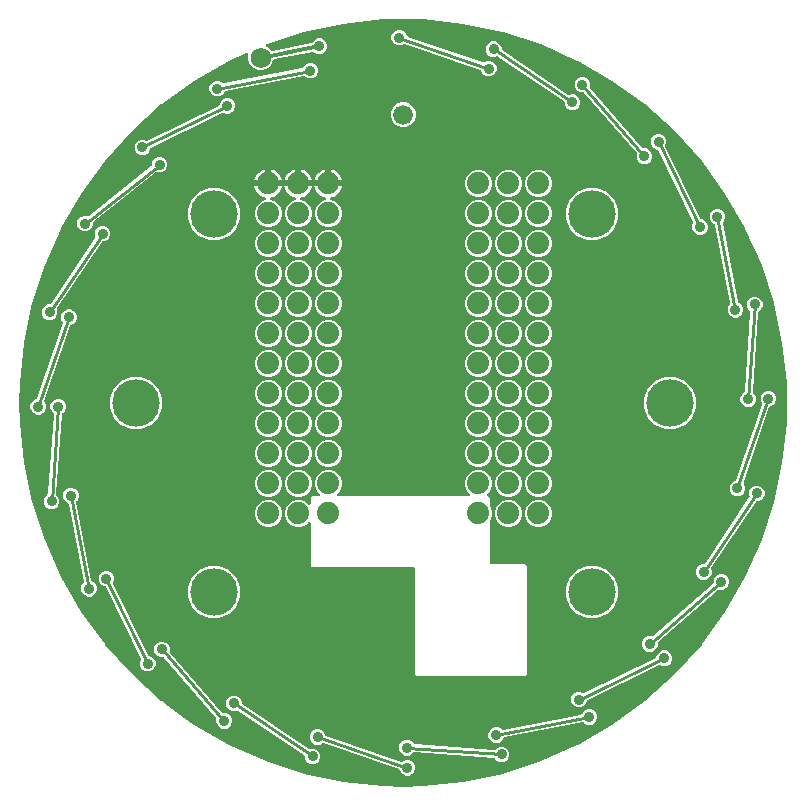
<source format=gbr>
G04 EAGLE Gerber RS-274X export*
G75*
%MOMM*%
%FSLAX34Y34*%
%LPD*%
%INBottom Copper*%
%IPPOS*%
%AMOC8*
5,1,8,0,0,1.08239X$1,22.5*%
G01*
%ADD10C,1.727200*%
%ADD11C,1.879600*%
%ADD12C,4.016000*%
%ADD13C,1.676400*%
%ADD14C,0.906400*%
%ADD15C,0.254000*%
%ADD16C,0.406400*%
%ADD17C,0.304800*%

G36*
X11Y-325118D02*
X11Y-325118D01*
X34Y-325119D01*
X16982Y-324675D01*
X17004Y-324672D01*
X17082Y-324669D01*
X50794Y-321125D01*
X50811Y-321121D01*
X50925Y-321104D01*
X84082Y-314057D01*
X84099Y-314051D01*
X84211Y-314022D01*
X116450Y-303547D01*
X116466Y-303540D01*
X116574Y-303500D01*
X147541Y-289712D01*
X147556Y-289703D01*
X147659Y-289652D01*
X177016Y-272703D01*
X177030Y-272692D01*
X177127Y-272630D01*
X204551Y-252706D01*
X204564Y-252694D01*
X204655Y-252622D01*
X229846Y-229940D01*
X229857Y-229927D01*
X229940Y-229846D01*
X252622Y-204655D01*
X252632Y-204640D01*
X252706Y-204551D01*
X272630Y-177127D01*
X272639Y-177112D01*
X272703Y-177016D01*
X289652Y-147659D01*
X289658Y-147644D01*
X289712Y-147541D01*
X303500Y-116574D01*
X303505Y-116557D01*
X303547Y-116450D01*
X314022Y-84211D01*
X314025Y-84194D01*
X314057Y-84082D01*
X321104Y-50925D01*
X321106Y-50908D01*
X321125Y-50794D01*
X324669Y-17082D01*
X324668Y-17060D01*
X324675Y-16982D01*
X325119Y-33D01*
X325117Y-15D01*
X325119Y33D01*
X324675Y16982D01*
X324672Y17004D01*
X324669Y17082D01*
X321125Y50794D01*
X321121Y50811D01*
X321104Y50925D01*
X314057Y84082D01*
X314051Y84099D01*
X314022Y84211D01*
X303547Y116450D01*
X303540Y116466D01*
X303500Y116574D01*
X289712Y147541D01*
X289703Y147556D01*
X289694Y147574D01*
X289692Y147581D01*
X289686Y147590D01*
X289652Y147659D01*
X272703Y177016D01*
X272692Y177030D01*
X272630Y177127D01*
X252706Y204551D01*
X252694Y204564D01*
X252622Y204655D01*
X229940Y229846D01*
X229927Y229857D01*
X229846Y229940D01*
X204655Y252622D01*
X204640Y252632D01*
X204551Y252706D01*
X201827Y254685D01*
X177127Y272630D01*
X177112Y272639D01*
X177016Y272703D01*
X147659Y289652D01*
X147644Y289658D01*
X147541Y289712D01*
X116574Y303500D01*
X116557Y303505D01*
X116450Y303547D01*
X84211Y314022D01*
X84194Y314025D01*
X84082Y314057D01*
X50925Y321104D01*
X50908Y321106D01*
X50794Y321125D01*
X17082Y324669D01*
X17060Y324668D01*
X16982Y324675D01*
X33Y325119D01*
X23Y325118D01*
X0Y325119D01*
X-11Y325118D01*
X-34Y325119D01*
X-16982Y324675D01*
X-17004Y324672D01*
X-17082Y324669D01*
X-50794Y321125D01*
X-50811Y321121D01*
X-50925Y321104D01*
X-84082Y314057D01*
X-84099Y314051D01*
X-84211Y314022D01*
X-115395Y303890D01*
X-115423Y303877D01*
X-115452Y303870D01*
X-115566Y303810D01*
X-115683Y303754D01*
X-115706Y303735D01*
X-115733Y303721D01*
X-115829Y303634D01*
X-115928Y303552D01*
X-115946Y303528D01*
X-115968Y303507D01*
X-116039Y303399D01*
X-116115Y303294D01*
X-116126Y303267D01*
X-116143Y303242D01*
X-116185Y303119D01*
X-116232Y302999D01*
X-116236Y302969D01*
X-116246Y302941D01*
X-116256Y302812D01*
X-116272Y302683D01*
X-116269Y302654D01*
X-116271Y302624D01*
X-116249Y302496D01*
X-116233Y302368D01*
X-116222Y302340D01*
X-116217Y302311D01*
X-116164Y302192D01*
X-116116Y302072D01*
X-116098Y302048D01*
X-116086Y302021D01*
X-116005Y301919D01*
X-115929Y301815D01*
X-115906Y301796D01*
X-115888Y301772D01*
X-115784Y301694D01*
X-115684Y301612D01*
X-115657Y301599D01*
X-115633Y301581D01*
X-115489Y301510D01*
X-114607Y301144D01*
X-111574Y298112D01*
X-111523Y298072D01*
X-111479Y298026D01*
X-111398Y297975D01*
X-111323Y297917D01*
X-111264Y297891D01*
X-111209Y297857D01*
X-111118Y297829D01*
X-111031Y297791D01*
X-110967Y297781D01*
X-110906Y297761D01*
X-110811Y297756D01*
X-110717Y297741D01*
X-110653Y297747D01*
X-110588Y297743D01*
X-110429Y297765D01*
X-77773Y304276D01*
X-77712Y304297D01*
X-77649Y304308D01*
X-77562Y304347D01*
X-77471Y304377D01*
X-77417Y304412D01*
X-77359Y304438D01*
X-77284Y304498D01*
X-77204Y304550D01*
X-77161Y304597D01*
X-77111Y304637D01*
X-77053Y304713D01*
X-76988Y304783D01*
X-76958Y304840D01*
X-76919Y304891D01*
X-76848Y305035D01*
X-76565Y305719D01*
X-74719Y307565D01*
X-72306Y308565D01*
X-69694Y308565D01*
X-67281Y307565D01*
X-65435Y305719D01*
X-64435Y303306D01*
X-64435Y300694D01*
X-65435Y298281D01*
X-67281Y296435D01*
X-69694Y295435D01*
X-72306Y295435D01*
X-74719Y296435D01*
X-75237Y296953D01*
X-75288Y296992D01*
X-75332Y297039D01*
X-75413Y297089D01*
X-75488Y297148D01*
X-75547Y297173D01*
X-75602Y297208D01*
X-75693Y297236D01*
X-75780Y297274D01*
X-75844Y297284D01*
X-75905Y297304D01*
X-76000Y297309D01*
X-76094Y297324D01*
X-76158Y297318D01*
X-76223Y297321D01*
X-76382Y297300D01*
X-109035Y290789D01*
X-109096Y290769D01*
X-109159Y290758D01*
X-109246Y290719D01*
X-109337Y290688D01*
X-109391Y290654D01*
X-109449Y290627D01*
X-109524Y290568D01*
X-109604Y290516D01*
X-109647Y290469D01*
X-109697Y290429D01*
X-109755Y290352D01*
X-109820Y290282D01*
X-109850Y290226D01*
X-109889Y290175D01*
X-109960Y290030D01*
X-111605Y286057D01*
X-114607Y283055D01*
X-118528Y281431D01*
X-122772Y281431D01*
X-126693Y283055D01*
X-129695Y286057D01*
X-131319Y289978D01*
X-131319Y294222D01*
X-131159Y294609D01*
X-131117Y294760D01*
X-131076Y294909D01*
X-131076Y294912D01*
X-131075Y294916D01*
X-131072Y295070D01*
X-131069Y295227D01*
X-131070Y295230D01*
X-131070Y295233D01*
X-131106Y295384D01*
X-131141Y295536D01*
X-131143Y295539D01*
X-131144Y295543D01*
X-131217Y295681D01*
X-131288Y295818D01*
X-131291Y295821D01*
X-131292Y295824D01*
X-131397Y295939D01*
X-131501Y296055D01*
X-131504Y296057D01*
X-131506Y296059D01*
X-131635Y296144D01*
X-131766Y296231D01*
X-131769Y296232D01*
X-131772Y296234D01*
X-131920Y296285D01*
X-132066Y296336D01*
X-132069Y296336D01*
X-132073Y296337D01*
X-132232Y296350D01*
X-132383Y296363D01*
X-132386Y296362D01*
X-132390Y296362D01*
X-132546Y296335D01*
X-132697Y296310D01*
X-132701Y296308D01*
X-132703Y296308D01*
X-132709Y296305D01*
X-132847Y296254D01*
X-147541Y289712D01*
X-147556Y289703D01*
X-147659Y289652D01*
X-177016Y272703D01*
X-177030Y272692D01*
X-177127Y272630D01*
X-204551Y252706D01*
X-204564Y252694D01*
X-204655Y252622D01*
X-229846Y229940D01*
X-229857Y229927D01*
X-229940Y229846D01*
X-252622Y204655D01*
X-252632Y204640D01*
X-252706Y204551D01*
X-272630Y177127D01*
X-272639Y177112D01*
X-272703Y177016D01*
X-289652Y147659D01*
X-289658Y147644D01*
X-289712Y147541D01*
X-303500Y116574D01*
X-303505Y116557D01*
X-303547Y116450D01*
X-314022Y84211D01*
X-314025Y84194D01*
X-314057Y84082D01*
X-321104Y50925D01*
X-321106Y50908D01*
X-321125Y50794D01*
X-324669Y17082D01*
X-324668Y17060D01*
X-324675Y16982D01*
X-325119Y33D01*
X-325117Y15D01*
X-325119Y-33D01*
X-324675Y-16982D01*
X-324672Y-17004D01*
X-324669Y-17082D01*
X-321125Y-50794D01*
X-321121Y-50811D01*
X-321104Y-50925D01*
X-314057Y-84082D01*
X-314051Y-84099D01*
X-314022Y-84211D01*
X-303547Y-116450D01*
X-303540Y-116466D01*
X-303500Y-116574D01*
X-289712Y-147541D01*
X-289703Y-147556D01*
X-289652Y-147659D01*
X-272703Y-177016D01*
X-272692Y-177030D01*
X-272630Y-177127D01*
X-252706Y-204551D01*
X-252694Y-204564D01*
X-252622Y-204655D01*
X-229940Y-229846D01*
X-229927Y-229857D01*
X-229846Y-229940D01*
X-204655Y-252622D01*
X-204640Y-252632D01*
X-204551Y-252706D01*
X-199554Y-256337D01*
X-185578Y-266491D01*
X-177127Y-272630D01*
X-177112Y-272639D01*
X-177016Y-272703D01*
X-147659Y-289652D01*
X-147644Y-289658D01*
X-147541Y-289712D01*
X-116574Y-303500D01*
X-116557Y-303505D01*
X-116450Y-303547D01*
X-84211Y-314022D01*
X-84194Y-314025D01*
X-84082Y-314057D01*
X-50925Y-321104D01*
X-50908Y-321106D01*
X-50794Y-321125D01*
X-17082Y-324669D01*
X-17060Y-324668D01*
X-16982Y-324675D01*
X-33Y-325119D01*
X-23Y-325118D01*
X0Y-325119D01*
X11Y-325118D01*
G37*
%LPC*%
G36*
X11440Y-231641D02*
X11440Y-231641D01*
X9659Y-229860D01*
X9659Y-140462D01*
X9644Y-140344D01*
X9637Y-140225D01*
X9624Y-140187D01*
X9619Y-140146D01*
X9576Y-140036D01*
X9539Y-139923D01*
X9517Y-139888D01*
X9502Y-139851D01*
X9433Y-139755D01*
X9369Y-139654D01*
X9339Y-139626D01*
X9316Y-139593D01*
X9224Y-139517D01*
X9137Y-139436D01*
X9102Y-139416D01*
X9071Y-139391D01*
X8963Y-139340D01*
X8859Y-139282D01*
X8819Y-139272D01*
X8783Y-139255D01*
X8666Y-139233D01*
X8551Y-139203D01*
X8491Y-139199D01*
X8471Y-139195D01*
X8450Y-139197D01*
X8390Y-139193D01*
X-77042Y-139193D01*
X-78233Y-138002D01*
X-78233Y-102262D01*
X-78250Y-102125D01*
X-78263Y-101986D01*
X-78270Y-101967D01*
X-78273Y-101947D01*
X-78324Y-101818D01*
X-78371Y-101687D01*
X-78382Y-101670D01*
X-78390Y-101651D01*
X-78471Y-101539D01*
X-78549Y-101424D01*
X-78565Y-101410D01*
X-78576Y-101394D01*
X-78684Y-101305D01*
X-78788Y-101213D01*
X-78806Y-101204D01*
X-78821Y-101191D01*
X-78947Y-101132D01*
X-79071Y-101069D01*
X-79091Y-101064D01*
X-79109Y-101056D01*
X-79245Y-101029D01*
X-79381Y-100999D01*
X-79402Y-101000D01*
X-79421Y-100996D01*
X-79560Y-101004D01*
X-79699Y-101009D01*
X-79719Y-101014D01*
X-79739Y-101016D01*
X-79871Y-101058D01*
X-80005Y-101097D01*
X-80022Y-101107D01*
X-80041Y-101114D01*
X-80159Y-101188D01*
X-80279Y-101259D01*
X-80300Y-101277D01*
X-80310Y-101284D01*
X-80324Y-101299D01*
X-80399Y-101365D01*
X-82425Y-103391D01*
X-86626Y-105131D01*
X-91174Y-105131D01*
X-95375Y-103391D01*
X-98591Y-100175D01*
X-100331Y-95974D01*
X-100331Y-91426D01*
X-98591Y-87225D01*
X-95375Y-84009D01*
X-91174Y-82269D01*
X-86626Y-82269D01*
X-82425Y-84009D01*
X-80399Y-86035D01*
X-80290Y-86120D01*
X-80183Y-86209D01*
X-80164Y-86218D01*
X-80148Y-86230D01*
X-80020Y-86285D01*
X-79895Y-86344D01*
X-79875Y-86348D01*
X-79856Y-86356D01*
X-79718Y-86378D01*
X-79582Y-86404D01*
X-79562Y-86403D01*
X-79542Y-86406D01*
X-79403Y-86393D01*
X-79265Y-86384D01*
X-79246Y-86378D01*
X-79226Y-86376D01*
X-79094Y-86329D01*
X-78963Y-86286D01*
X-78945Y-86276D01*
X-78926Y-86269D01*
X-78811Y-86191D01*
X-78694Y-86116D01*
X-78680Y-86102D01*
X-78663Y-86090D01*
X-78571Y-85986D01*
X-78476Y-85885D01*
X-78466Y-85867D01*
X-78453Y-85852D01*
X-78389Y-85728D01*
X-78322Y-85606D01*
X-78317Y-85587D01*
X-78308Y-85569D01*
X-78278Y-85433D01*
X-78243Y-85298D01*
X-78241Y-85270D01*
X-78238Y-85258D01*
X-78239Y-85238D01*
X-78233Y-85138D01*
X-78233Y-80438D01*
X-77042Y-79247D01*
X-71782Y-79247D01*
X-71645Y-79230D01*
X-71506Y-79217D01*
X-71487Y-79210D01*
X-71467Y-79207D01*
X-71338Y-79156D01*
X-71207Y-79109D01*
X-71190Y-79098D01*
X-71171Y-79090D01*
X-71059Y-79009D01*
X-70944Y-78931D01*
X-70930Y-78915D01*
X-70914Y-78904D01*
X-70825Y-78796D01*
X-70733Y-78692D01*
X-70724Y-78674D01*
X-70711Y-78659D01*
X-70652Y-78533D01*
X-70589Y-78409D01*
X-70584Y-78389D01*
X-70576Y-78371D01*
X-70549Y-78235D01*
X-70519Y-78099D01*
X-70520Y-78078D01*
X-70516Y-78059D01*
X-70524Y-77920D01*
X-70529Y-77781D01*
X-70534Y-77761D01*
X-70536Y-77741D01*
X-70578Y-77609D01*
X-70617Y-77475D01*
X-70627Y-77458D01*
X-70634Y-77439D01*
X-70708Y-77321D01*
X-70779Y-77201D01*
X-70797Y-77180D01*
X-70804Y-77170D01*
X-70819Y-77156D01*
X-70885Y-77081D01*
X-73191Y-74775D01*
X-74931Y-70574D01*
X-74931Y-66026D01*
X-73191Y-61825D01*
X-69975Y-58609D01*
X-65774Y-56869D01*
X-61226Y-56869D01*
X-57025Y-58609D01*
X-53809Y-61825D01*
X-52069Y-66026D01*
X-52069Y-70574D01*
X-53809Y-74775D01*
X-56115Y-77081D01*
X-56200Y-77190D01*
X-56289Y-77297D01*
X-56298Y-77316D01*
X-56310Y-77332D01*
X-56365Y-77460D01*
X-56424Y-77585D01*
X-56428Y-77605D01*
X-56436Y-77624D01*
X-56458Y-77762D01*
X-56484Y-77898D01*
X-56483Y-77918D01*
X-56486Y-77938D01*
X-56473Y-78077D01*
X-56464Y-78215D01*
X-56458Y-78234D01*
X-56456Y-78254D01*
X-56409Y-78386D01*
X-56366Y-78517D01*
X-56356Y-78535D01*
X-56349Y-78554D01*
X-56271Y-78669D01*
X-56196Y-78786D01*
X-56182Y-78800D01*
X-56170Y-78817D01*
X-56066Y-78909D01*
X-55965Y-79004D01*
X-55947Y-79014D01*
X-55932Y-79027D01*
X-55808Y-79091D01*
X-55686Y-79158D01*
X-55667Y-79163D01*
X-55649Y-79172D01*
X-55513Y-79202D01*
X-55378Y-79237D01*
X-55350Y-79239D01*
X-55338Y-79242D01*
X-55318Y-79241D01*
X-55218Y-79247D01*
X55218Y-79247D01*
X55355Y-79230D01*
X55494Y-79217D01*
X55513Y-79210D01*
X55533Y-79207D01*
X55662Y-79156D01*
X55793Y-79109D01*
X55810Y-79098D01*
X55829Y-79090D01*
X55941Y-79009D01*
X56056Y-78931D01*
X56070Y-78915D01*
X56086Y-78904D01*
X56175Y-78796D01*
X56267Y-78692D01*
X56276Y-78674D01*
X56289Y-78659D01*
X56348Y-78533D01*
X56411Y-78409D01*
X56416Y-78389D01*
X56424Y-78371D01*
X56451Y-78235D01*
X56481Y-78099D01*
X56480Y-78078D01*
X56484Y-78059D01*
X56476Y-77920D01*
X56471Y-77781D01*
X56466Y-77761D01*
X56464Y-77741D01*
X56422Y-77609D01*
X56383Y-77475D01*
X56373Y-77458D01*
X56366Y-77439D01*
X56292Y-77321D01*
X56221Y-77201D01*
X56203Y-77180D01*
X56196Y-77170D01*
X56181Y-77156D01*
X56115Y-77081D01*
X53809Y-74775D01*
X52069Y-70574D01*
X52069Y-66026D01*
X53809Y-61825D01*
X57025Y-58609D01*
X61226Y-56869D01*
X65774Y-56869D01*
X69975Y-58609D01*
X73191Y-61825D01*
X74931Y-66026D01*
X74931Y-70574D01*
X73191Y-74775D01*
X70885Y-77081D01*
X70800Y-77190D01*
X70711Y-77297D01*
X70702Y-77316D01*
X70690Y-77332D01*
X70635Y-77460D01*
X70576Y-77585D01*
X70572Y-77605D01*
X70564Y-77624D01*
X70542Y-77762D01*
X70516Y-77898D01*
X70517Y-77918D01*
X70514Y-77938D01*
X70527Y-78077D01*
X70536Y-78215D01*
X70542Y-78234D01*
X70544Y-78254D01*
X70591Y-78386D01*
X70634Y-78517D01*
X70644Y-78535D01*
X70651Y-78554D01*
X70729Y-78669D01*
X70804Y-78786D01*
X70818Y-78800D01*
X70830Y-78817D01*
X70934Y-78909D01*
X71035Y-79004D01*
X71053Y-79014D01*
X71068Y-79027D01*
X71192Y-79091D01*
X71314Y-79158D01*
X71333Y-79163D01*
X71351Y-79172D01*
X71487Y-79202D01*
X71622Y-79237D01*
X71650Y-79239D01*
X71662Y-79242D01*
X71682Y-79241D01*
X71782Y-79247D01*
X71962Y-79247D01*
X73153Y-80438D01*
X73153Y-86881D01*
X73154Y-86891D01*
X73153Y-86900D01*
X73174Y-87049D01*
X73193Y-87197D01*
X73196Y-87206D01*
X73197Y-87215D01*
X73249Y-87367D01*
X74931Y-91426D01*
X74931Y-95974D01*
X73249Y-100033D01*
X73247Y-100042D01*
X73242Y-100050D01*
X73205Y-100195D01*
X73165Y-100340D01*
X73165Y-100349D01*
X73163Y-100358D01*
X73153Y-100519D01*
X73153Y-135390D01*
X73168Y-135508D01*
X73175Y-135627D01*
X73188Y-135665D01*
X73193Y-135706D01*
X73236Y-135816D01*
X73273Y-135929D01*
X73295Y-135964D01*
X73310Y-136001D01*
X73379Y-136097D01*
X73443Y-136198D01*
X73473Y-136226D01*
X73496Y-136259D01*
X73588Y-136335D01*
X73675Y-136416D01*
X73710Y-136436D01*
X73741Y-136461D01*
X73849Y-136512D01*
X73953Y-136570D01*
X73993Y-136580D01*
X74029Y-136597D01*
X74146Y-136619D01*
X74261Y-136649D01*
X74321Y-136653D01*
X74341Y-136657D01*
X74362Y-136655D01*
X74422Y-136659D01*
X102860Y-136659D01*
X104641Y-138440D01*
X104641Y-229860D01*
X102860Y-231641D01*
X11440Y-231641D01*
G37*
%LPD*%
%LPC*%
G36*
X-164399Y137887D02*
X-164399Y137887D01*
X-172526Y141254D01*
X-178746Y147474D01*
X-182113Y155601D01*
X-182113Y164399D01*
X-178746Y172526D01*
X-172526Y178746D01*
X-164399Y182113D01*
X-155601Y182113D01*
X-147474Y178746D01*
X-141254Y172526D01*
X-137887Y164399D01*
X-137887Y155601D01*
X-141254Y147474D01*
X-147474Y141254D01*
X-155601Y137887D01*
X-164399Y137887D01*
G37*
%LPD*%
%LPC*%
G36*
X155601Y137887D02*
X155601Y137887D01*
X147474Y141254D01*
X141254Y147474D01*
X137887Y155601D01*
X137887Y164399D01*
X141254Y172526D01*
X147474Y178746D01*
X155601Y182113D01*
X164399Y182113D01*
X172526Y178746D01*
X178746Y172526D01*
X182113Y164399D01*
X182113Y155601D01*
X178746Y147474D01*
X172526Y141254D01*
X164399Y137887D01*
X155601Y137887D01*
G37*
%LPD*%
%LPC*%
G36*
X-164399Y-182113D02*
X-164399Y-182113D01*
X-172526Y-178746D01*
X-178746Y-172526D01*
X-182113Y-164399D01*
X-182113Y-155601D01*
X-178746Y-147474D01*
X-172526Y-141254D01*
X-164399Y-137887D01*
X-155601Y-137887D01*
X-147474Y-141254D01*
X-141254Y-147474D01*
X-137887Y-155601D01*
X-137887Y-164399D01*
X-141254Y-172526D01*
X-147474Y-178746D01*
X-155601Y-182113D01*
X-164399Y-182113D01*
G37*
%LPD*%
%LPC*%
G36*
X155601Y-182113D02*
X155601Y-182113D01*
X147474Y-178746D01*
X141254Y-172526D01*
X137887Y-164399D01*
X137887Y-155601D01*
X141254Y-147474D01*
X147474Y-141254D01*
X155601Y-137887D01*
X164399Y-137887D01*
X172526Y-141254D01*
X178746Y-147474D01*
X182113Y-155601D01*
X182113Y-164399D01*
X178746Y-172526D01*
X172526Y-178746D01*
X164399Y-182113D01*
X155601Y-182113D01*
G37*
%LPD*%
%LPC*%
G36*
X221661Y-22113D02*
X221661Y-22113D01*
X213534Y-18746D01*
X207314Y-12526D01*
X203947Y-4399D01*
X203947Y4399D01*
X207314Y12526D01*
X213534Y18746D01*
X221661Y22113D01*
X230459Y22113D01*
X238586Y18746D01*
X244806Y12526D01*
X248173Y4399D01*
X248173Y-4399D01*
X244806Y-12526D01*
X238586Y-18746D01*
X230459Y-22113D01*
X221661Y-22113D01*
G37*
%LPD*%
%LPC*%
G36*
X-230459Y-22113D02*
X-230459Y-22113D01*
X-238586Y-18746D01*
X-244806Y-12526D01*
X-248173Y-4399D01*
X-248173Y4399D01*
X-244806Y12526D01*
X-238586Y18746D01*
X-230459Y22113D01*
X-221661Y22113D01*
X-213534Y18746D01*
X-207314Y12526D01*
X-203947Y4399D01*
X-203947Y-4399D01*
X-207314Y-12526D01*
X-213534Y-18746D01*
X-221661Y-22113D01*
X-230459Y-22113D01*
G37*
%LPD*%
%LPC*%
G36*
X-270665Y145055D02*
X-270665Y145055D01*
X-273078Y146055D01*
X-274925Y147902D01*
X-275924Y150314D01*
X-275924Y152926D01*
X-274925Y155339D01*
X-273078Y157186D01*
X-270665Y158185D01*
X-268054Y158185D01*
X-267659Y158022D01*
X-267547Y157991D01*
X-267437Y157953D01*
X-267394Y157949D01*
X-267353Y157938D01*
X-267236Y157936D01*
X-267121Y157926D01*
X-267078Y157933D01*
X-267035Y157933D01*
X-266922Y157960D01*
X-266807Y157979D01*
X-266767Y157997D01*
X-266725Y158007D01*
X-266623Y158061D01*
X-266516Y158108D01*
X-266463Y158146D01*
X-266444Y158155D01*
X-266430Y158169D01*
X-266384Y158200D01*
X-213290Y200363D01*
X-213282Y200371D01*
X-213271Y200378D01*
X-213170Y200485D01*
X-213068Y200590D01*
X-213062Y200601D01*
X-213053Y200610D01*
X-212983Y200738D01*
X-212909Y200866D01*
X-212906Y200877D01*
X-212900Y200888D01*
X-212863Y201030D01*
X-212824Y201172D01*
X-212823Y201184D01*
X-212820Y201196D01*
X-212810Y201357D01*
X-212810Y203045D01*
X-211811Y205458D01*
X-209964Y207305D01*
X-207551Y208304D01*
X-204940Y208304D01*
X-202527Y207305D01*
X-200680Y205458D01*
X-199681Y203045D01*
X-199681Y200434D01*
X-200680Y198021D01*
X-202527Y196174D01*
X-204940Y195175D01*
X-207551Y195175D01*
X-207946Y195338D01*
X-208058Y195369D01*
X-208167Y195407D01*
X-208211Y195411D01*
X-208252Y195422D01*
X-208368Y195424D01*
X-208484Y195434D01*
X-208527Y195426D01*
X-208570Y195427D01*
X-208683Y195400D01*
X-208798Y195381D01*
X-208837Y195363D01*
X-208880Y195353D01*
X-208982Y195299D01*
X-209088Y195251D01*
X-209142Y195214D01*
X-209161Y195204D01*
X-209175Y195191D01*
X-209221Y195159D01*
X-262315Y152997D01*
X-262323Y152988D01*
X-262334Y152982D01*
X-262434Y152875D01*
X-262537Y152770D01*
X-262543Y152759D01*
X-262551Y152750D01*
X-262623Y152621D01*
X-262696Y152494D01*
X-262699Y152482D01*
X-262705Y152472D01*
X-262742Y152330D01*
X-262781Y152188D01*
X-262781Y152175D01*
X-262784Y152164D01*
X-262795Y152003D01*
X-262795Y150314D01*
X-263794Y147902D01*
X-265641Y146055D01*
X-268054Y145055D01*
X-270665Y145055D01*
G37*
%LPD*%
%LPC*%
G36*
X-222243Y209605D02*
X-222243Y209605D01*
X-224655Y210604D01*
X-226502Y212451D01*
X-227502Y214863D01*
X-227502Y217475D01*
X-226502Y219888D01*
X-224655Y221735D01*
X-222243Y222734D01*
X-219631Y222734D01*
X-217662Y221918D01*
X-217529Y221882D01*
X-217398Y221841D01*
X-217376Y221840D01*
X-217355Y221834D01*
X-217217Y221832D01*
X-217080Y221825D01*
X-217059Y221830D01*
X-217037Y221829D01*
X-216903Y221861D01*
X-216768Y221889D01*
X-216740Y221900D01*
X-216728Y221903D01*
X-216709Y221913D01*
X-216619Y221950D01*
X-156078Y251483D01*
X-155953Y251565D01*
X-155827Y251645D01*
X-155820Y251652D01*
X-155812Y251657D01*
X-155711Y251768D01*
X-155609Y251877D01*
X-155604Y251885D01*
X-155598Y251892D01*
X-155528Y252024D01*
X-155455Y252155D01*
X-155453Y252164D01*
X-155448Y252173D01*
X-155413Y252318D01*
X-155376Y252463D01*
X-155375Y252476D01*
X-155374Y252482D01*
X-155374Y252496D01*
X-155366Y252624D01*
X-155366Y252664D01*
X-154366Y255077D01*
X-152519Y256924D01*
X-150107Y257923D01*
X-147495Y257923D01*
X-145082Y256924D01*
X-143235Y255077D01*
X-142236Y252664D01*
X-142236Y250053D01*
X-143235Y247640D01*
X-145082Y245793D01*
X-147495Y244794D01*
X-150107Y244794D01*
X-152076Y245609D01*
X-152209Y245646D01*
X-152340Y245687D01*
X-152362Y245688D01*
X-152383Y245693D01*
X-152520Y245696D01*
X-152658Y245702D01*
X-152679Y245698D01*
X-152701Y245698D01*
X-152835Y245666D01*
X-152969Y245639D01*
X-152997Y245627D01*
X-153010Y245624D01*
X-153028Y245614D01*
X-153118Y245578D01*
X-213659Y216045D01*
X-213785Y215962D01*
X-213911Y215883D01*
X-213917Y215876D01*
X-213925Y215870D01*
X-214026Y215760D01*
X-214129Y215651D01*
X-214133Y215643D01*
X-214140Y215636D01*
X-214210Y215504D01*
X-214282Y215372D01*
X-214285Y215363D01*
X-214289Y215355D01*
X-214324Y215210D01*
X-214362Y215065D01*
X-214363Y215052D01*
X-214364Y215046D01*
X-214364Y215032D01*
X-214372Y214904D01*
X-214372Y214863D01*
X-215371Y212451D01*
X-217218Y210604D01*
X-219631Y209605D01*
X-222243Y209605D01*
G37*
%LPD*%
%LPC*%
G36*
X147495Y-257923D02*
X147495Y-257923D01*
X145082Y-256924D01*
X143235Y-255077D01*
X142236Y-252664D01*
X142236Y-250053D01*
X143235Y-247640D01*
X145082Y-245793D01*
X147495Y-244794D01*
X150107Y-244794D01*
X152076Y-245609D01*
X152209Y-245646D01*
X152340Y-245687D01*
X152362Y-245688D01*
X152383Y-245693D01*
X152520Y-245696D01*
X152658Y-245702D01*
X152679Y-245698D01*
X152701Y-245698D01*
X152835Y-245666D01*
X152969Y-245639D01*
X152997Y-245627D01*
X153010Y-245624D01*
X153028Y-245614D01*
X153118Y-245578D01*
X213659Y-216045D01*
X213784Y-215963D01*
X213911Y-215883D01*
X213917Y-215876D01*
X213925Y-215870D01*
X214026Y-215760D01*
X214129Y-215651D01*
X214133Y-215643D01*
X214140Y-215636D01*
X214210Y-215504D01*
X214282Y-215372D01*
X214285Y-215363D01*
X214289Y-215355D01*
X214324Y-215210D01*
X214362Y-215065D01*
X214363Y-215052D01*
X214364Y-215046D01*
X214364Y-215032D01*
X214372Y-214904D01*
X214372Y-214863D01*
X215371Y-212451D01*
X217218Y-210604D01*
X219631Y-209605D01*
X222243Y-209605D01*
X224655Y-210604D01*
X226502Y-212451D01*
X227502Y-214863D01*
X227502Y-217475D01*
X226502Y-219888D01*
X224655Y-221735D01*
X222243Y-222734D01*
X219631Y-222734D01*
X217662Y-221918D01*
X217529Y-221882D01*
X217398Y-221841D01*
X217376Y-221840D01*
X217355Y-221834D01*
X217217Y-221832D01*
X217080Y-221825D01*
X217059Y-221830D01*
X217037Y-221829D01*
X216903Y-221861D01*
X216768Y-221889D01*
X216740Y-221900D01*
X216728Y-221903D01*
X216709Y-221913D01*
X216619Y-221950D01*
X156078Y-251483D01*
X155953Y-251565D01*
X155827Y-251645D01*
X155820Y-251652D01*
X155812Y-251657D01*
X155711Y-251768D01*
X155609Y-251877D01*
X155604Y-251885D01*
X155598Y-251892D01*
X155528Y-252024D01*
X155455Y-252155D01*
X155453Y-252164D01*
X155448Y-252173D01*
X155413Y-252318D01*
X155376Y-252463D01*
X155375Y-252476D01*
X155374Y-252482D01*
X155374Y-252496D01*
X155366Y-252624D01*
X155366Y-252664D01*
X154366Y-255077D01*
X152519Y-256924D01*
X150107Y-257923D01*
X147495Y-257923D01*
G37*
%LPD*%
%LPC*%
G36*
X250053Y142236D02*
X250053Y142236D01*
X247640Y143235D01*
X245793Y145082D01*
X244794Y147495D01*
X244794Y150107D01*
X245609Y152076D01*
X245646Y152209D01*
X245687Y152340D01*
X245688Y152362D01*
X245693Y152383D01*
X245696Y152520D01*
X245702Y152658D01*
X245698Y152679D01*
X245698Y152701D01*
X245666Y152835D01*
X245639Y152969D01*
X245627Y152997D01*
X245624Y153010D01*
X245614Y153028D01*
X245578Y153118D01*
X216045Y213659D01*
X215963Y213784D01*
X215883Y213911D01*
X215876Y213917D01*
X215870Y213925D01*
X215760Y214026D01*
X215651Y214129D01*
X215643Y214133D01*
X215636Y214140D01*
X215503Y214210D01*
X215372Y214282D01*
X215363Y214285D01*
X215355Y214289D01*
X215209Y214324D01*
X215065Y214362D01*
X215052Y214363D01*
X215046Y214364D01*
X215032Y214364D01*
X214904Y214372D01*
X214863Y214372D01*
X212451Y215371D01*
X210604Y217218D01*
X209605Y219631D01*
X209605Y222243D01*
X210604Y224655D01*
X212451Y226502D01*
X214863Y227502D01*
X217475Y227502D01*
X219888Y226502D01*
X221735Y224655D01*
X222734Y222243D01*
X222734Y219631D01*
X221918Y217662D01*
X221882Y217529D01*
X221841Y217398D01*
X221840Y217376D01*
X221834Y217355D01*
X221832Y217217D01*
X221825Y217080D01*
X221830Y217059D01*
X221829Y217037D01*
X221861Y216903D01*
X221889Y216768D01*
X221900Y216740D01*
X221903Y216728D01*
X221913Y216709D01*
X221950Y216619D01*
X251483Y156078D01*
X251565Y155953D01*
X251645Y155827D01*
X251652Y155820D01*
X251657Y155812D01*
X251768Y155711D01*
X251877Y155609D01*
X251885Y155604D01*
X251892Y155598D01*
X252024Y155527D01*
X252155Y155455D01*
X252164Y155453D01*
X252173Y155448D01*
X252318Y155413D01*
X252463Y155376D01*
X252476Y155375D01*
X252482Y155374D01*
X252496Y155374D01*
X252624Y155366D01*
X252664Y155366D01*
X255077Y154366D01*
X256924Y152519D01*
X257923Y150107D01*
X257923Y147495D01*
X256924Y145082D01*
X255077Y143235D01*
X252664Y142236D01*
X250053Y142236D01*
G37*
%LPD*%
%LPC*%
G36*
X-217475Y-227502D02*
X-217475Y-227502D01*
X-219888Y-226502D01*
X-221735Y-224655D01*
X-222734Y-222243D01*
X-222734Y-219631D01*
X-221918Y-217662D01*
X-221910Y-217630D01*
X-221908Y-217626D01*
X-221906Y-217616D01*
X-221882Y-217529D01*
X-221841Y-217398D01*
X-221840Y-217376D01*
X-221834Y-217355D01*
X-221832Y-217217D01*
X-221825Y-217080D01*
X-221830Y-217059D01*
X-221829Y-217037D01*
X-221861Y-216903D01*
X-221889Y-216768D01*
X-221900Y-216740D01*
X-221903Y-216728D01*
X-221913Y-216709D01*
X-221950Y-216619D01*
X-251483Y-156078D01*
X-251565Y-155953D01*
X-251645Y-155827D01*
X-251652Y-155820D01*
X-251657Y-155812D01*
X-251768Y-155711D01*
X-251877Y-155609D01*
X-251885Y-155604D01*
X-251892Y-155598D01*
X-252024Y-155527D01*
X-252155Y-155455D01*
X-252164Y-155453D01*
X-252173Y-155448D01*
X-252318Y-155413D01*
X-252463Y-155376D01*
X-252476Y-155375D01*
X-252482Y-155374D01*
X-252496Y-155374D01*
X-252624Y-155366D01*
X-252664Y-155366D01*
X-255077Y-154366D01*
X-256924Y-152519D01*
X-257923Y-150107D01*
X-257923Y-147495D01*
X-256924Y-145082D01*
X-255077Y-143235D01*
X-252664Y-142236D01*
X-250053Y-142236D01*
X-247640Y-143235D01*
X-245793Y-145082D01*
X-244794Y-147495D01*
X-244794Y-150107D01*
X-245609Y-152076D01*
X-245618Y-152106D01*
X-245619Y-152108D01*
X-245620Y-152113D01*
X-245646Y-152209D01*
X-245687Y-152340D01*
X-245688Y-152362D01*
X-245693Y-152383D01*
X-245696Y-152520D01*
X-245702Y-152658D01*
X-245698Y-152679D01*
X-245698Y-152701D01*
X-245666Y-152835D01*
X-245639Y-152969D01*
X-245627Y-152997D01*
X-245624Y-153010D01*
X-245614Y-153028D01*
X-245578Y-153118D01*
X-216045Y-213659D01*
X-215963Y-213784D01*
X-215883Y-213911D01*
X-215876Y-213917D01*
X-215870Y-213925D01*
X-215760Y-214026D01*
X-215651Y-214129D01*
X-215643Y-214133D01*
X-215636Y-214140D01*
X-215503Y-214210D01*
X-215372Y-214282D01*
X-215363Y-214285D01*
X-215355Y-214289D01*
X-215209Y-214324D01*
X-215065Y-214362D01*
X-215052Y-214363D01*
X-215046Y-214364D01*
X-215032Y-214364D01*
X-214904Y-214372D01*
X-214863Y-214372D01*
X-212451Y-215371D01*
X-210604Y-217218D01*
X-209605Y-219631D01*
X-209605Y-222243D01*
X-210604Y-224655D01*
X-212451Y-226502D01*
X-214863Y-227502D01*
X-217475Y-227502D01*
G37*
%LPD*%
%LPC*%
G36*
X71214Y276391D02*
X71214Y276391D01*
X68801Y277391D01*
X66954Y279237D01*
X66138Y281207D01*
X66070Y281326D01*
X66006Y281448D01*
X65992Y281464D01*
X65981Y281483D01*
X65885Y281582D01*
X65793Y281684D01*
X65775Y281696D01*
X65760Y281712D01*
X65642Y281784D01*
X65528Y281859D01*
X65500Y281871D01*
X65488Y281878D01*
X65468Y281884D01*
X65379Y281921D01*
X1687Y303848D01*
X1540Y303879D01*
X1395Y303912D01*
X1385Y303911D01*
X1376Y303913D01*
X1226Y303907D01*
X1077Y303902D01*
X1068Y303899D01*
X1058Y303899D01*
X915Y303855D01*
X771Y303814D01*
X763Y303809D01*
X754Y303806D01*
X626Y303728D01*
X497Y303652D01*
X488Y303644D01*
X483Y303640D01*
X473Y303630D01*
X376Y303546D01*
X348Y303517D01*
X-2065Y302518D01*
X-4676Y302518D01*
X-7089Y303517D01*
X-8936Y305364D01*
X-9935Y307777D01*
X-9935Y310388D01*
X-8936Y312801D01*
X-7089Y314648D01*
X-4676Y315647D01*
X-2065Y315647D01*
X348Y314648D01*
X2195Y312801D01*
X3011Y310832D01*
X3079Y310712D01*
X3143Y310590D01*
X3157Y310574D01*
X3168Y310555D01*
X3264Y310457D01*
X3356Y310354D01*
X3374Y310342D01*
X3389Y310327D01*
X3507Y310255D01*
X3621Y310179D01*
X3649Y310167D01*
X3660Y310161D01*
X3680Y310154D01*
X3770Y310117D01*
X67462Y288190D01*
X67609Y288159D01*
X67754Y288127D01*
X67764Y288127D01*
X67773Y288125D01*
X67923Y288132D01*
X68072Y288136D01*
X68081Y288139D01*
X68091Y288140D01*
X68234Y288183D01*
X68378Y288225D01*
X68386Y288230D01*
X68395Y288232D01*
X68523Y288311D01*
X68652Y288386D01*
X68661Y288395D01*
X68666Y288398D01*
X68676Y288408D01*
X68772Y288493D01*
X68801Y288521D01*
X71214Y289521D01*
X73825Y289521D01*
X76238Y288521D01*
X78085Y286675D01*
X79084Y284262D01*
X79084Y281650D01*
X78085Y279237D01*
X76238Y277391D01*
X73825Y276391D01*
X71214Y276391D01*
G37*
%LPD*%
%LPC*%
G36*
X2065Y-315647D02*
X2065Y-315647D01*
X-348Y-314648D01*
X-2195Y-312801D01*
X-3011Y-310832D01*
X-3079Y-310712D01*
X-3143Y-310590D01*
X-3157Y-310574D01*
X-3168Y-310555D01*
X-3264Y-310457D01*
X-3356Y-310354D01*
X-3374Y-310342D01*
X-3389Y-310327D01*
X-3507Y-310255D01*
X-3621Y-310179D01*
X-3649Y-310167D01*
X-3660Y-310161D01*
X-3680Y-310154D01*
X-3770Y-310117D01*
X-67462Y-288190D01*
X-67609Y-288159D01*
X-67754Y-288127D01*
X-67764Y-288127D01*
X-67773Y-288125D01*
X-67923Y-288132D01*
X-68072Y-288136D01*
X-68081Y-288139D01*
X-68091Y-288140D01*
X-68234Y-288183D01*
X-68378Y-288225D01*
X-68386Y-288230D01*
X-68395Y-288232D01*
X-68524Y-288311D01*
X-68652Y-288386D01*
X-68661Y-288395D01*
X-68666Y-288398D01*
X-68676Y-288408D01*
X-68772Y-288493D01*
X-68801Y-288521D01*
X-71214Y-289521D01*
X-73825Y-289521D01*
X-76238Y-288521D01*
X-78085Y-286675D01*
X-79084Y-284262D01*
X-79084Y-281650D01*
X-78085Y-279237D01*
X-76238Y-277391D01*
X-73825Y-276391D01*
X-71214Y-276391D01*
X-68801Y-277391D01*
X-66954Y-279237D01*
X-66138Y-281207D01*
X-66129Y-281223D01*
X-66125Y-281235D01*
X-66096Y-281281D01*
X-66070Y-281326D01*
X-66006Y-281448D01*
X-65992Y-281464D01*
X-65981Y-281483D01*
X-65885Y-281582D01*
X-65793Y-281684D01*
X-65775Y-281696D01*
X-65760Y-281712D01*
X-65642Y-281784D01*
X-65528Y-281859D01*
X-65500Y-281871D01*
X-65488Y-281878D01*
X-65468Y-281884D01*
X-65379Y-281921D01*
X-1687Y-303848D01*
X-1540Y-303879D01*
X-1395Y-303912D01*
X-1385Y-303911D01*
X-1376Y-303913D01*
X-1226Y-303907D01*
X-1077Y-303902D01*
X-1068Y-303899D01*
X-1058Y-303899D01*
X-915Y-303855D01*
X-771Y-303814D01*
X-763Y-303809D01*
X-754Y-303806D01*
X-626Y-303728D01*
X-497Y-303652D01*
X-488Y-303644D01*
X-483Y-303640D01*
X-473Y-303630D01*
X-376Y-303546D01*
X-348Y-303517D01*
X2065Y-302518D01*
X4676Y-302518D01*
X7089Y-303517D01*
X8936Y-305364D01*
X9935Y-307777D01*
X9935Y-310388D01*
X8936Y-312801D01*
X7089Y-314648D01*
X4676Y-315647D01*
X2065Y-315647D01*
G37*
%LPD*%
%LPC*%
G36*
X81948Y-304243D02*
X81948Y-304243D01*
X79535Y-303243D01*
X77688Y-301396D01*
X77649Y-301302D01*
X77577Y-301176D01*
X77509Y-301049D01*
X77499Y-301038D01*
X77491Y-301025D01*
X77391Y-300921D01*
X77293Y-300816D01*
X77281Y-300808D01*
X77270Y-300797D01*
X77147Y-300722D01*
X77026Y-300643D01*
X77012Y-300639D01*
X76999Y-300631D01*
X76862Y-300589D01*
X76724Y-300543D01*
X76704Y-300540D01*
X76695Y-300537D01*
X76677Y-300536D01*
X76565Y-300521D01*
X9345Y-295823D01*
X9203Y-295831D01*
X9059Y-295836D01*
X9044Y-295840D01*
X9028Y-295841D01*
X8892Y-295884D01*
X8754Y-295924D01*
X8740Y-295932D01*
X8724Y-295937D01*
X8603Y-296013D01*
X8480Y-296086D01*
X8463Y-296100D01*
X8455Y-296106D01*
X8442Y-296119D01*
X8359Y-296192D01*
X6904Y-297648D01*
X4491Y-298647D01*
X1879Y-298647D01*
X-533Y-297648D01*
X-2380Y-295801D01*
X-3380Y-293388D01*
X-3380Y-290776D01*
X-2380Y-288364D01*
X-533Y-286517D01*
X1879Y-285517D01*
X4491Y-285517D01*
X6904Y-286517D01*
X8750Y-288364D01*
X8790Y-288458D01*
X8862Y-288584D01*
X8930Y-288711D01*
X8940Y-288722D01*
X8947Y-288735D01*
X9048Y-288839D01*
X9146Y-288944D01*
X9158Y-288952D01*
X9169Y-288963D01*
X9291Y-289038D01*
X9413Y-289117D01*
X9427Y-289122D01*
X9440Y-289129D01*
X9577Y-289172D01*
X9714Y-289217D01*
X9735Y-289220D01*
X9744Y-289223D01*
X9761Y-289224D01*
X9874Y-289239D01*
X77094Y-293937D01*
X77236Y-293929D01*
X77379Y-293924D01*
X77395Y-293920D01*
X77411Y-293919D01*
X77547Y-293876D01*
X77685Y-293836D01*
X77699Y-293828D01*
X77714Y-293823D01*
X77836Y-293747D01*
X77959Y-293674D01*
X77975Y-293660D01*
X77984Y-293654D01*
X77997Y-293641D01*
X78080Y-293568D01*
X79535Y-292113D01*
X81948Y-291113D01*
X84559Y-291113D01*
X86972Y-292113D01*
X88819Y-293959D01*
X89818Y-296372D01*
X89818Y-298984D01*
X88819Y-301396D01*
X86972Y-303243D01*
X84559Y-304243D01*
X81948Y-304243D01*
G37*
%LPD*%
%LPC*%
G36*
X207480Y-210844D02*
X207480Y-210844D01*
X205067Y-209845D01*
X203220Y-207998D01*
X202221Y-205585D01*
X202221Y-202974D01*
X203220Y-200561D01*
X205067Y-198714D01*
X207480Y-197715D01*
X210091Y-197715D01*
X210186Y-197754D01*
X210325Y-197792D01*
X210463Y-197833D01*
X210478Y-197834D01*
X210493Y-197838D01*
X210638Y-197840D01*
X210781Y-197846D01*
X210796Y-197843D01*
X210811Y-197843D01*
X210951Y-197809D01*
X211092Y-197779D01*
X211106Y-197772D01*
X211120Y-197769D01*
X211248Y-197701D01*
X211377Y-197637D01*
X211393Y-197625D01*
X211401Y-197620D01*
X211415Y-197608D01*
X211505Y-197539D01*
X262358Y-153330D01*
X262453Y-153224D01*
X262551Y-153120D01*
X262559Y-153105D01*
X262570Y-153093D01*
X262636Y-152966D01*
X262705Y-152841D01*
X262709Y-152825D01*
X262716Y-152811D01*
X262749Y-152671D01*
X262784Y-152533D01*
X262786Y-152511D01*
X262788Y-152501D01*
X262788Y-152482D01*
X262795Y-152373D01*
X262795Y-150314D01*
X263794Y-147902D01*
X265641Y-146055D01*
X268054Y-145055D01*
X270665Y-145055D01*
X273078Y-146055D01*
X274925Y-147902D01*
X275924Y-150314D01*
X275924Y-152926D01*
X274925Y-155339D01*
X273078Y-157186D01*
X270665Y-158185D01*
X268054Y-158185D01*
X267959Y-158146D01*
X267820Y-158108D01*
X267681Y-158066D01*
X267666Y-158066D01*
X267652Y-158062D01*
X267507Y-158059D01*
X267364Y-158054D01*
X267349Y-158057D01*
X267334Y-158057D01*
X267193Y-158090D01*
X267053Y-158121D01*
X267039Y-158127D01*
X267025Y-158131D01*
X266897Y-158198D01*
X266768Y-158263D01*
X266752Y-158275D01*
X266744Y-158279D01*
X266730Y-158292D01*
X266640Y-158360D01*
X215787Y-202569D01*
X215692Y-202676D01*
X215593Y-202780D01*
X215586Y-202794D01*
X215575Y-202806D01*
X215509Y-202933D01*
X215440Y-203059D01*
X215436Y-203074D01*
X215428Y-203089D01*
X215396Y-203228D01*
X215360Y-203367D01*
X215359Y-203389D01*
X215357Y-203399D01*
X215357Y-203417D01*
X215350Y-203527D01*
X215350Y-205585D01*
X214351Y-207998D01*
X212504Y-209845D01*
X210091Y-210844D01*
X207480Y-210844D01*
G37*
%LPD*%
%LPC*%
G36*
X281650Y-79084D02*
X281650Y-79084D01*
X279237Y-78085D01*
X277391Y-76238D01*
X276391Y-73825D01*
X276391Y-71214D01*
X277391Y-68801D01*
X279237Y-66954D01*
X281207Y-66138D01*
X281326Y-66070D01*
X281448Y-66006D01*
X281464Y-65992D01*
X281483Y-65981D01*
X281582Y-65885D01*
X281684Y-65793D01*
X281696Y-65775D01*
X281712Y-65760D01*
X281784Y-65642D01*
X281859Y-65528D01*
X281871Y-65500D01*
X281878Y-65488D01*
X281884Y-65468D01*
X281921Y-65379D01*
X303848Y-1687D01*
X303879Y-1541D01*
X303912Y-1395D01*
X303911Y-1385D01*
X303913Y-1376D01*
X303907Y-1226D01*
X303902Y-1077D01*
X303899Y-1068D01*
X303899Y-1058D01*
X303855Y-915D01*
X303814Y-771D01*
X303809Y-763D01*
X303806Y-754D01*
X303728Y-626D01*
X303652Y-497D01*
X303644Y-488D01*
X303640Y-483D01*
X303630Y-473D01*
X303546Y-376D01*
X303517Y-348D01*
X302518Y2065D01*
X302518Y4676D01*
X303517Y7089D01*
X305364Y8936D01*
X307777Y9935D01*
X310388Y9935D01*
X312801Y8936D01*
X314648Y7089D01*
X315647Y4676D01*
X315647Y2065D01*
X314648Y-348D01*
X312801Y-2195D01*
X310832Y-3011D01*
X310712Y-3079D01*
X310590Y-3143D01*
X310574Y-3157D01*
X310555Y-3168D01*
X310456Y-3264D01*
X310354Y-3356D01*
X310342Y-3374D01*
X310327Y-3389D01*
X310255Y-3507D01*
X310179Y-3621D01*
X310167Y-3649D01*
X310161Y-3660D01*
X310154Y-3680D01*
X310117Y-3770D01*
X288190Y-67462D01*
X288159Y-67609D01*
X288127Y-67754D01*
X288127Y-67764D01*
X288125Y-67773D01*
X288132Y-67923D01*
X288136Y-68072D01*
X288139Y-68081D01*
X288140Y-68091D01*
X288183Y-68234D01*
X288225Y-68378D01*
X288230Y-68386D01*
X288232Y-68395D01*
X288311Y-68523D01*
X288386Y-68652D01*
X288395Y-68661D01*
X288398Y-68666D01*
X288408Y-68676D01*
X288493Y-68772D01*
X288521Y-68801D01*
X289521Y-71214D01*
X289521Y-73825D01*
X288521Y-76238D01*
X286675Y-78085D01*
X284262Y-79084D01*
X281650Y-79084D01*
G37*
%LPD*%
%LPC*%
G36*
X-310388Y-9935D02*
X-310388Y-9935D01*
X-312801Y-8936D01*
X-314648Y-7089D01*
X-315647Y-4676D01*
X-315647Y-2065D01*
X-314648Y348D01*
X-312801Y2195D01*
X-310832Y3011D01*
X-310712Y3079D01*
X-310590Y3143D01*
X-310574Y3157D01*
X-310555Y3168D01*
X-310456Y3264D01*
X-310354Y3356D01*
X-310342Y3374D01*
X-310327Y3389D01*
X-310255Y3507D01*
X-310179Y3621D01*
X-310167Y3649D01*
X-310161Y3660D01*
X-310154Y3680D01*
X-310117Y3770D01*
X-288190Y67462D01*
X-288159Y67609D01*
X-288127Y67754D01*
X-288127Y67764D01*
X-288125Y67773D01*
X-288132Y67923D01*
X-288136Y68072D01*
X-288139Y68081D01*
X-288140Y68091D01*
X-288183Y68233D01*
X-288225Y68378D01*
X-288230Y68386D01*
X-288232Y68395D01*
X-288311Y68523D01*
X-288386Y68652D01*
X-288395Y68661D01*
X-288398Y68666D01*
X-288408Y68676D01*
X-288493Y68772D01*
X-288521Y68801D01*
X-289521Y71214D01*
X-289521Y73825D01*
X-288521Y76238D01*
X-286675Y78085D01*
X-284262Y79084D01*
X-281650Y79084D01*
X-279237Y78085D01*
X-277391Y76238D01*
X-276391Y73825D01*
X-276391Y71214D01*
X-277391Y68801D01*
X-279237Y66954D01*
X-281207Y66138D01*
X-281326Y66070D01*
X-281448Y66006D01*
X-281464Y65992D01*
X-281483Y65981D01*
X-281582Y65885D01*
X-281684Y65793D01*
X-281696Y65775D01*
X-281712Y65760D01*
X-281784Y65642D01*
X-281859Y65528D01*
X-281871Y65500D01*
X-281878Y65488D01*
X-281884Y65468D01*
X-281921Y65379D01*
X-303848Y1687D01*
X-303879Y1539D01*
X-303912Y1395D01*
X-303911Y1385D01*
X-303913Y1376D01*
X-303907Y1226D01*
X-303902Y1077D01*
X-303899Y1068D01*
X-303899Y1058D01*
X-303855Y915D01*
X-303814Y771D01*
X-303809Y763D01*
X-303806Y754D01*
X-303728Y626D01*
X-303652Y497D01*
X-303644Y488D01*
X-303640Y483D01*
X-303630Y473D01*
X-303546Y376D01*
X-303517Y348D01*
X-302518Y-2065D01*
X-302518Y-4676D01*
X-303517Y-7089D01*
X-305364Y-8936D01*
X-307777Y-9935D01*
X-310388Y-9935D01*
G37*
%LPD*%
%LPC*%
G36*
X-298984Y-89818D02*
X-298984Y-89818D01*
X-301396Y-88819D01*
X-303243Y-86972D01*
X-304243Y-84559D01*
X-304243Y-81948D01*
X-303243Y-79535D01*
X-301396Y-77688D01*
X-301302Y-77649D01*
X-301176Y-77577D01*
X-301049Y-77509D01*
X-301038Y-77499D01*
X-301025Y-77491D01*
X-300921Y-77391D01*
X-300816Y-77293D01*
X-300808Y-77281D01*
X-300797Y-77270D01*
X-300722Y-77147D01*
X-300643Y-77026D01*
X-300639Y-77012D01*
X-300631Y-76999D01*
X-300588Y-76861D01*
X-300543Y-76724D01*
X-300540Y-76704D01*
X-300537Y-76695D01*
X-300536Y-76677D01*
X-300521Y-76565D01*
X-295823Y-9345D01*
X-295831Y-9203D01*
X-295836Y-9059D01*
X-295840Y-9044D01*
X-295841Y-9028D01*
X-295884Y-8892D01*
X-295924Y-8754D01*
X-295932Y-8740D01*
X-295937Y-8724D01*
X-296013Y-8603D01*
X-296086Y-8480D01*
X-296100Y-8463D01*
X-296106Y-8455D01*
X-296119Y-8442D01*
X-296192Y-8359D01*
X-297648Y-6904D01*
X-298647Y-4491D01*
X-298647Y-1879D01*
X-297648Y533D01*
X-295801Y2380D01*
X-293388Y3380D01*
X-290776Y3380D01*
X-288364Y2380D01*
X-286517Y533D01*
X-285517Y-1879D01*
X-285517Y-4491D01*
X-286517Y-6904D01*
X-288364Y-8750D01*
X-288458Y-8790D01*
X-288584Y-8862D01*
X-288711Y-8930D01*
X-288722Y-8940D01*
X-288735Y-8947D01*
X-288839Y-9048D01*
X-288944Y-9146D01*
X-288952Y-9158D01*
X-288963Y-9169D01*
X-289039Y-9292D01*
X-289117Y-9413D01*
X-289122Y-9427D01*
X-289129Y-9440D01*
X-289172Y-9577D01*
X-289218Y-9714D01*
X-289220Y-9735D01*
X-289223Y-9744D01*
X-289224Y-9762D01*
X-289239Y-9874D01*
X-293937Y-77094D01*
X-293929Y-77236D01*
X-293924Y-77379D01*
X-293920Y-77395D01*
X-293919Y-77411D01*
X-293876Y-77547D01*
X-293836Y-77685D01*
X-293828Y-77699D01*
X-293823Y-77714D01*
X-293747Y-77836D01*
X-293674Y-77959D01*
X-293660Y-77975D01*
X-293654Y-77984D01*
X-293641Y-77997D01*
X-293568Y-78080D01*
X-292113Y-79535D01*
X-291113Y-81948D01*
X-291113Y-84559D01*
X-292113Y-86972D01*
X-293959Y-88819D01*
X-296372Y-89818D01*
X-298984Y-89818D01*
G37*
%LPD*%
%LPC*%
G36*
X202974Y202221D02*
X202974Y202221D01*
X200561Y203220D01*
X198714Y205067D01*
X197715Y207480D01*
X197715Y210091D01*
X197754Y210186D01*
X197792Y210325D01*
X197833Y210463D01*
X197834Y210478D01*
X197838Y210493D01*
X197840Y210638D01*
X197846Y210781D01*
X197843Y210796D01*
X197843Y210811D01*
X197809Y210951D01*
X197779Y211092D01*
X197772Y211106D01*
X197769Y211120D01*
X197701Y211248D01*
X197637Y211377D01*
X197625Y211393D01*
X197620Y211401D01*
X197608Y211415D01*
X197539Y211505D01*
X153330Y262358D01*
X153224Y262453D01*
X153120Y262551D01*
X153105Y262559D01*
X153093Y262570D01*
X152966Y262636D01*
X152841Y262705D01*
X152825Y262709D01*
X152811Y262716D01*
X152672Y262749D01*
X152533Y262784D01*
X152511Y262786D01*
X152501Y262788D01*
X152482Y262788D01*
X152373Y262795D01*
X150314Y262795D01*
X147902Y263794D01*
X146055Y265641D01*
X145055Y268054D01*
X145055Y270665D01*
X146055Y273078D01*
X147902Y274925D01*
X150314Y275924D01*
X152926Y275924D01*
X155339Y274925D01*
X157186Y273078D01*
X158185Y270665D01*
X158185Y268054D01*
X158146Y267959D01*
X158108Y267820D01*
X158066Y267681D01*
X158066Y267666D01*
X158062Y267652D01*
X158059Y267507D01*
X158054Y267364D01*
X158057Y267349D01*
X158057Y267334D01*
X158090Y267193D01*
X158121Y267053D01*
X158127Y267039D01*
X158131Y267025D01*
X158198Y266897D01*
X158263Y266768D01*
X158275Y266752D01*
X158279Y266744D01*
X158292Y266730D01*
X158360Y266640D01*
X202569Y215787D01*
X202676Y215692D01*
X202780Y215593D01*
X202794Y215586D01*
X202806Y215575D01*
X202933Y215509D01*
X203059Y215440D01*
X203074Y215436D01*
X203089Y215428D01*
X203228Y215396D01*
X203366Y215360D01*
X203389Y215359D01*
X203399Y215357D01*
X203417Y215357D01*
X203527Y215350D01*
X205585Y215350D01*
X207998Y214351D01*
X209845Y212504D01*
X210844Y210091D01*
X210844Y207480D01*
X209845Y205067D01*
X207998Y203220D01*
X205585Y202221D01*
X202974Y202221D01*
G37*
%LPD*%
%LPC*%
G36*
X-152926Y-275924D02*
X-152926Y-275924D01*
X-155339Y-274925D01*
X-157186Y-273078D01*
X-158185Y-270665D01*
X-158185Y-268054D01*
X-158146Y-267959D01*
X-158108Y-267820D01*
X-158066Y-267681D01*
X-158066Y-267666D01*
X-158062Y-267652D01*
X-158059Y-267507D01*
X-158054Y-267364D01*
X-158057Y-267349D01*
X-158057Y-267334D01*
X-158090Y-267193D01*
X-158121Y-267053D01*
X-158127Y-267039D01*
X-158131Y-267025D01*
X-158198Y-266897D01*
X-158263Y-266768D01*
X-158275Y-266752D01*
X-158279Y-266744D01*
X-158292Y-266730D01*
X-158360Y-266640D01*
X-202569Y-215787D01*
X-202676Y-215692D01*
X-202780Y-215593D01*
X-202794Y-215586D01*
X-202806Y-215575D01*
X-202933Y-215509D01*
X-203059Y-215440D01*
X-203074Y-215436D01*
X-203089Y-215428D01*
X-203228Y-215396D01*
X-203366Y-215360D01*
X-203389Y-215359D01*
X-203399Y-215357D01*
X-203417Y-215357D01*
X-203527Y-215350D01*
X-205585Y-215350D01*
X-207998Y-214351D01*
X-209845Y-212504D01*
X-210844Y-210091D01*
X-210844Y-207480D01*
X-209845Y-205067D01*
X-207998Y-203220D01*
X-205585Y-202221D01*
X-202974Y-202221D01*
X-200561Y-203220D01*
X-198714Y-205067D01*
X-197715Y-207480D01*
X-197715Y-210091D01*
X-197754Y-210186D01*
X-197792Y-210325D01*
X-197833Y-210463D01*
X-197834Y-210478D01*
X-197838Y-210493D01*
X-197840Y-210638D01*
X-197846Y-210781D01*
X-197843Y-210796D01*
X-197843Y-210811D01*
X-197809Y-210951D01*
X-197779Y-211092D01*
X-197772Y-211106D01*
X-197769Y-211120D01*
X-197701Y-211248D01*
X-197637Y-211377D01*
X-197625Y-211393D01*
X-197620Y-211401D01*
X-197608Y-211415D01*
X-197539Y-211505D01*
X-153330Y-262358D01*
X-153224Y-262453D01*
X-153120Y-262551D01*
X-153105Y-262559D01*
X-153093Y-262570D01*
X-152966Y-262636D01*
X-152841Y-262705D01*
X-152825Y-262709D01*
X-152811Y-262716D01*
X-152672Y-262749D01*
X-152533Y-262784D01*
X-152511Y-262786D01*
X-152501Y-262788D01*
X-152482Y-262788D01*
X-152373Y-262795D01*
X-150314Y-262795D01*
X-147902Y-263794D01*
X-146055Y-265641D01*
X-145055Y-268054D01*
X-145055Y-270665D01*
X-146055Y-273078D01*
X-147902Y-274925D01*
X-150314Y-275924D01*
X-152926Y-275924D01*
G37*
%LPD*%
%LPC*%
G36*
X290776Y-3380D02*
X290776Y-3380D01*
X288364Y-2380D01*
X286517Y-533D01*
X285517Y1879D01*
X285517Y4491D01*
X286517Y6904D01*
X288364Y8750D01*
X288458Y8790D01*
X288521Y8826D01*
X288584Y8850D01*
X288643Y8893D01*
X288711Y8930D01*
X288722Y8940D01*
X288735Y8947D01*
X288786Y8997D01*
X288841Y9037D01*
X288888Y9094D01*
X288944Y9146D01*
X288952Y9158D01*
X288963Y9169D01*
X289000Y9229D01*
X289044Y9282D01*
X289076Y9349D01*
X289117Y9413D01*
X289122Y9427D01*
X289129Y9440D01*
X289150Y9507D01*
X289180Y9570D01*
X289194Y9643D01*
X289218Y9714D01*
X289220Y9735D01*
X289223Y9744D01*
X289224Y9762D01*
X289239Y9874D01*
X293937Y77094D01*
X293929Y77235D01*
X293924Y77379D01*
X293920Y77395D01*
X293919Y77411D01*
X293876Y77547D01*
X293836Y77685D01*
X293828Y77699D01*
X293823Y77714D01*
X293747Y77836D01*
X293674Y77959D01*
X293660Y77975D01*
X293654Y77984D01*
X293641Y77997D01*
X293568Y78080D01*
X292113Y79535D01*
X291113Y81948D01*
X291113Y84559D01*
X292113Y86972D01*
X293959Y88819D01*
X296372Y89818D01*
X298984Y89818D01*
X301396Y88819D01*
X303243Y86972D01*
X304243Y84559D01*
X304243Y81948D01*
X303243Y79535D01*
X301396Y77688D01*
X301302Y77649D01*
X301176Y77577D01*
X301049Y77509D01*
X301038Y77499D01*
X301025Y77491D01*
X300921Y77391D01*
X300816Y77293D01*
X300808Y77281D01*
X300797Y77270D01*
X300722Y77147D01*
X300643Y77026D01*
X300639Y77012D01*
X300631Y76999D01*
X300588Y76861D01*
X300543Y76724D01*
X300540Y76704D01*
X300537Y76695D01*
X300536Y76677D01*
X300521Y76565D01*
X295823Y9345D01*
X295831Y9203D01*
X295836Y9059D01*
X295840Y9044D01*
X295841Y9028D01*
X295884Y8892D01*
X295924Y8754D01*
X295932Y8740D01*
X295937Y8724D01*
X296013Y8603D01*
X296086Y8480D01*
X296100Y8463D01*
X296106Y8455D01*
X296119Y8442D01*
X296192Y8359D01*
X297648Y6904D01*
X298647Y4491D01*
X298647Y1879D01*
X297648Y-533D01*
X295801Y-2380D01*
X293388Y-3380D01*
X290776Y-3380D01*
G37*
%LPD*%
%LPC*%
G36*
X253238Y-149846D02*
X253238Y-149846D01*
X250825Y-148847D01*
X248978Y-147000D01*
X247979Y-144587D01*
X247979Y-141976D01*
X248978Y-139563D01*
X250825Y-137716D01*
X253238Y-136717D01*
X254312Y-136717D01*
X254374Y-136709D01*
X254435Y-136711D01*
X254531Y-136689D01*
X254628Y-136677D01*
X254685Y-136654D01*
X254745Y-136641D01*
X254833Y-136596D01*
X254924Y-136560D01*
X254974Y-136524D01*
X255028Y-136495D01*
X255102Y-136431D01*
X255181Y-136373D01*
X255220Y-136325D01*
X255266Y-136285D01*
X255365Y-136157D01*
X293124Y-80172D01*
X293154Y-80112D01*
X293193Y-80057D01*
X293225Y-79970D01*
X293267Y-79888D01*
X293282Y-79822D01*
X293305Y-79759D01*
X293316Y-79667D01*
X293335Y-79577D01*
X293333Y-79510D01*
X293341Y-79443D01*
X293328Y-79352D01*
X293324Y-79259D01*
X293305Y-79195D01*
X293296Y-79128D01*
X293244Y-78976D01*
X292858Y-78044D01*
X292858Y-75433D01*
X293857Y-73020D01*
X295704Y-71173D01*
X298117Y-70174D01*
X300729Y-70174D01*
X303141Y-71173D01*
X304988Y-73020D01*
X305988Y-75433D01*
X305988Y-78044D01*
X304988Y-80457D01*
X303141Y-82304D01*
X300729Y-83303D01*
X299654Y-83303D01*
X299593Y-83311D01*
X299531Y-83309D01*
X299435Y-83331D01*
X299338Y-83343D01*
X299281Y-83366D01*
X299221Y-83379D01*
X299134Y-83424D01*
X299043Y-83460D01*
X298993Y-83496D01*
X298938Y-83524D01*
X298865Y-83589D01*
X298785Y-83647D01*
X298746Y-83694D01*
X298700Y-83735D01*
X298602Y-83863D01*
X260843Y-139848D01*
X260812Y-139908D01*
X260774Y-139963D01*
X260741Y-140050D01*
X260699Y-140132D01*
X260685Y-140198D01*
X260661Y-140260D01*
X260651Y-140352D01*
X260631Y-140443D01*
X260633Y-140510D01*
X260626Y-140576D01*
X260639Y-140668D01*
X260642Y-140761D01*
X260661Y-140825D01*
X260670Y-140891D01*
X260722Y-141044D01*
X261108Y-141976D01*
X261108Y-144587D01*
X260109Y-147000D01*
X258262Y-148847D01*
X255849Y-149846D01*
X253238Y-149846D01*
G37*
%LPD*%
%LPC*%
G36*
X-300729Y70174D02*
X-300729Y70174D01*
X-303141Y71173D01*
X-304988Y73020D01*
X-305988Y75433D01*
X-305988Y78044D01*
X-304988Y80457D01*
X-303141Y82304D01*
X-300729Y83303D01*
X-299654Y83303D01*
X-299593Y83311D01*
X-299531Y83309D01*
X-299435Y83331D01*
X-299338Y83343D01*
X-299281Y83366D01*
X-299221Y83379D01*
X-299134Y83424D01*
X-299043Y83460D01*
X-298993Y83496D01*
X-298938Y83524D01*
X-298865Y83589D01*
X-298785Y83647D01*
X-298746Y83694D01*
X-298700Y83735D01*
X-298602Y83863D01*
X-260843Y139848D01*
X-260812Y139908D01*
X-260774Y139963D01*
X-260741Y140050D01*
X-260699Y140132D01*
X-260685Y140198D01*
X-260661Y140260D01*
X-260651Y140352D01*
X-260631Y140443D01*
X-260633Y140510D01*
X-260626Y140576D01*
X-260639Y140668D01*
X-260642Y140761D01*
X-260661Y140825D01*
X-260670Y140891D01*
X-260722Y141044D01*
X-261108Y141976D01*
X-261108Y144587D01*
X-260109Y147000D01*
X-258262Y148847D01*
X-255849Y149846D01*
X-253238Y149846D01*
X-250825Y148847D01*
X-248978Y147000D01*
X-247979Y144587D01*
X-247979Y141976D01*
X-248978Y139563D01*
X-250825Y137716D01*
X-253238Y136717D01*
X-254312Y136717D01*
X-254374Y136709D01*
X-254435Y136711D01*
X-254531Y136689D01*
X-254628Y136677D01*
X-254685Y136654D01*
X-254745Y136641D01*
X-254833Y136596D01*
X-254924Y136560D01*
X-254974Y136524D01*
X-255028Y136495D01*
X-255102Y136431D01*
X-255181Y136373D01*
X-255220Y136325D01*
X-255266Y136285D01*
X-255365Y136157D01*
X-293124Y80172D01*
X-293154Y80112D01*
X-293193Y80057D01*
X-293225Y79970D01*
X-293267Y79888D01*
X-293282Y79822D01*
X-293305Y79759D01*
X-293316Y79667D01*
X-293335Y79577D01*
X-293333Y79510D01*
X-293341Y79443D01*
X-293328Y79352D01*
X-293324Y79259D01*
X-293305Y79195D01*
X-293296Y79128D01*
X-293244Y78976D01*
X-292858Y78044D01*
X-292858Y75433D01*
X-293857Y73020D01*
X-295704Y71173D01*
X-298117Y70174D01*
X-300729Y70174D01*
G37*
%LPD*%
%LPC*%
G36*
X141976Y247979D02*
X141976Y247979D01*
X139563Y248978D01*
X137716Y250825D01*
X136717Y253238D01*
X136717Y254312D01*
X136709Y254374D01*
X136711Y254435D01*
X136689Y254531D01*
X136677Y254628D01*
X136654Y254685D01*
X136641Y254745D01*
X136596Y254833D01*
X136560Y254924D01*
X136524Y254974D01*
X136495Y255028D01*
X136431Y255102D01*
X136373Y255181D01*
X136325Y255220D01*
X136285Y255266D01*
X136157Y255365D01*
X80172Y293124D01*
X80112Y293154D01*
X80057Y293193D01*
X79970Y293225D01*
X79888Y293267D01*
X79822Y293282D01*
X79759Y293305D01*
X79667Y293316D01*
X79577Y293335D01*
X79510Y293333D01*
X79443Y293341D01*
X79352Y293328D01*
X79259Y293324D01*
X79195Y293306D01*
X79128Y293296D01*
X78976Y293244D01*
X78044Y292858D01*
X75433Y292858D01*
X73020Y293857D01*
X71173Y295704D01*
X70174Y298117D01*
X70174Y300729D01*
X71173Y303141D01*
X73020Y304988D01*
X75433Y305988D01*
X78044Y305988D01*
X80457Y304988D01*
X82304Y303141D01*
X83303Y300729D01*
X83303Y299654D01*
X83311Y299593D01*
X83309Y299531D01*
X83331Y299435D01*
X83343Y299338D01*
X83366Y299281D01*
X83379Y299221D01*
X83424Y299134D01*
X83460Y299043D01*
X83496Y298993D01*
X83524Y298938D01*
X83589Y298865D01*
X83647Y298785D01*
X83694Y298746D01*
X83735Y298700D01*
X83863Y298602D01*
X139848Y260843D01*
X139908Y260812D01*
X139963Y260774D01*
X140050Y260741D01*
X140132Y260699D01*
X140198Y260685D01*
X140260Y260661D01*
X140352Y260651D01*
X140443Y260631D01*
X140510Y260633D01*
X140577Y260626D01*
X140668Y260639D01*
X140761Y260642D01*
X140825Y260661D01*
X140891Y260670D01*
X141044Y260722D01*
X141976Y261108D01*
X144587Y261108D01*
X147000Y260109D01*
X148847Y258262D01*
X149846Y255849D01*
X149846Y253238D01*
X148847Y250825D01*
X147000Y248978D01*
X144587Y247979D01*
X141976Y247979D01*
G37*
%LPD*%
%LPC*%
G36*
X-78044Y-305988D02*
X-78044Y-305988D01*
X-80457Y-304988D01*
X-82304Y-303141D01*
X-83303Y-300729D01*
X-83303Y-299654D01*
X-83311Y-299593D01*
X-83309Y-299531D01*
X-83331Y-299435D01*
X-83343Y-299338D01*
X-83366Y-299281D01*
X-83379Y-299221D01*
X-83424Y-299134D01*
X-83460Y-299043D01*
X-83496Y-298993D01*
X-83524Y-298938D01*
X-83589Y-298865D01*
X-83647Y-298785D01*
X-83694Y-298746D01*
X-83735Y-298700D01*
X-83863Y-298602D01*
X-139848Y-260843D01*
X-139908Y-260812D01*
X-139963Y-260774D01*
X-140050Y-260741D01*
X-140132Y-260699D01*
X-140198Y-260685D01*
X-140260Y-260661D01*
X-140352Y-260651D01*
X-140443Y-260631D01*
X-140510Y-260633D01*
X-140577Y-260626D01*
X-140668Y-260639D01*
X-140761Y-260642D01*
X-140825Y-260661D01*
X-140891Y-260670D01*
X-141044Y-260722D01*
X-141976Y-261108D01*
X-144587Y-261108D01*
X-147000Y-260109D01*
X-148847Y-258262D01*
X-149846Y-255849D01*
X-149846Y-253238D01*
X-148847Y-250825D01*
X-147000Y-248978D01*
X-144587Y-247979D01*
X-141976Y-247979D01*
X-139563Y-248978D01*
X-137716Y-250825D01*
X-136717Y-253238D01*
X-136717Y-254312D01*
X-136709Y-254374D01*
X-136711Y-254435D01*
X-136689Y-254531D01*
X-136677Y-254628D01*
X-136654Y-254685D01*
X-136641Y-254745D01*
X-136596Y-254833D01*
X-136560Y-254924D01*
X-136524Y-254974D01*
X-136495Y-255028D01*
X-136431Y-255102D01*
X-136373Y-255181D01*
X-136325Y-255220D01*
X-136285Y-255266D01*
X-136157Y-255365D01*
X-80172Y-293124D01*
X-80112Y-293154D01*
X-80057Y-293193D01*
X-79970Y-293225D01*
X-79888Y-293267D01*
X-79822Y-293282D01*
X-79759Y-293305D01*
X-79667Y-293316D01*
X-79577Y-293335D01*
X-79510Y-293333D01*
X-79443Y-293341D01*
X-79352Y-293328D01*
X-79259Y-293324D01*
X-79195Y-293306D01*
X-79128Y-293296D01*
X-78976Y-293244D01*
X-78044Y-292858D01*
X-75433Y-292858D01*
X-73020Y-293857D01*
X-71173Y-295704D01*
X-70174Y-298117D01*
X-70174Y-300729D01*
X-71173Y-303141D01*
X-73020Y-304988D01*
X-75433Y-305988D01*
X-78044Y-305988D01*
G37*
%LPD*%
%LPC*%
G36*
X-158766Y259422D02*
X-158766Y259422D01*
X-161178Y260421D01*
X-163025Y262268D01*
X-164024Y264680D01*
X-164024Y267292D01*
X-163025Y269705D01*
X-161178Y271552D01*
X-158766Y272551D01*
X-156154Y272551D01*
X-153741Y271552D01*
X-152981Y270792D01*
X-152932Y270754D01*
X-152890Y270709D01*
X-152807Y270657D01*
X-152730Y270597D01*
X-152673Y270572D01*
X-152621Y270539D01*
X-152528Y270509D01*
X-152438Y270470D01*
X-152377Y270461D01*
X-152319Y270442D01*
X-152221Y270436D01*
X-152124Y270421D01*
X-152063Y270426D01*
X-152001Y270423D01*
X-151841Y270443D01*
X-85556Y283332D01*
X-85492Y283352D01*
X-85426Y283364D01*
X-85341Y283402D01*
X-85254Y283431D01*
X-85197Y283467D01*
X-85136Y283495D01*
X-85064Y283552D01*
X-84986Y283602D01*
X-84940Y283651D01*
X-84887Y283693D01*
X-84832Y283767D01*
X-84769Y283835D01*
X-84737Y283894D01*
X-84696Y283947D01*
X-84625Y284092D01*
X-84239Y285024D01*
X-82393Y286870D01*
X-79980Y287870D01*
X-77368Y287870D01*
X-74955Y286870D01*
X-73109Y285024D01*
X-72109Y282611D01*
X-72109Y279999D01*
X-73109Y277586D01*
X-74955Y275740D01*
X-77368Y274740D01*
X-79980Y274740D01*
X-82393Y275740D01*
X-83153Y276500D01*
X-83201Y276537D01*
X-83244Y276582D01*
X-83326Y276634D01*
X-83404Y276695D01*
X-83460Y276719D01*
X-83512Y276752D01*
X-83606Y276782D01*
X-83696Y276821D01*
X-83756Y276831D01*
X-83815Y276849D01*
X-83913Y276855D01*
X-84010Y276871D01*
X-84071Y276865D01*
X-84133Y276869D01*
X-84292Y276848D01*
X-150578Y263960D01*
X-150642Y263939D01*
X-150708Y263927D01*
X-150792Y263889D01*
X-150880Y263860D01*
X-150937Y263824D01*
X-150998Y263797D01*
X-151070Y263739D01*
X-151148Y263689D01*
X-151194Y263640D01*
X-151246Y263598D01*
X-151302Y263524D01*
X-151365Y263457D01*
X-151397Y263398D01*
X-151437Y263344D01*
X-151508Y263200D01*
X-151894Y262268D01*
X-153741Y260421D01*
X-156154Y259422D01*
X-158766Y259422D01*
G37*
%LPD*%
%LPC*%
G36*
X77368Y-287870D02*
X77368Y-287870D01*
X74955Y-286870D01*
X73109Y-285024D01*
X72109Y-282611D01*
X72109Y-279999D01*
X73109Y-277586D01*
X74955Y-275740D01*
X77368Y-274740D01*
X79980Y-274740D01*
X82393Y-275740D01*
X83153Y-276500D01*
X83201Y-276537D01*
X83244Y-276582D01*
X83326Y-276634D01*
X83404Y-276695D01*
X83460Y-276719D01*
X83512Y-276752D01*
X83606Y-276782D01*
X83696Y-276821D01*
X83756Y-276831D01*
X83815Y-276849D01*
X83913Y-276855D01*
X84010Y-276871D01*
X84071Y-276865D01*
X84133Y-276869D01*
X84292Y-276848D01*
X150578Y-263960D01*
X150642Y-263939D01*
X150708Y-263927D01*
X150792Y-263889D01*
X150880Y-263860D01*
X150937Y-263824D01*
X150998Y-263797D01*
X151070Y-263739D01*
X151148Y-263689D01*
X151194Y-263640D01*
X151246Y-263598D01*
X151302Y-263524D01*
X151365Y-263457D01*
X151397Y-263398D01*
X151437Y-263344D01*
X151508Y-263200D01*
X151894Y-262268D01*
X153741Y-260421D01*
X156154Y-259422D01*
X158766Y-259422D01*
X161178Y-260421D01*
X163025Y-262268D01*
X164024Y-264680D01*
X164024Y-267292D01*
X163025Y-269705D01*
X161178Y-271552D01*
X158766Y-272551D01*
X156154Y-272551D01*
X153741Y-271552D01*
X152981Y-270792D01*
X152932Y-270754D01*
X152890Y-270709D01*
X152807Y-270657D01*
X152730Y-270597D01*
X152673Y-270572D01*
X152621Y-270539D01*
X152528Y-270509D01*
X152438Y-270470D01*
X152377Y-270461D01*
X152319Y-270442D01*
X152221Y-270436D01*
X152124Y-270421D01*
X152063Y-270426D01*
X152001Y-270423D01*
X151841Y-270443D01*
X85556Y-283332D01*
X85492Y-283352D01*
X85426Y-283364D01*
X85341Y-283402D01*
X85254Y-283431D01*
X85197Y-283467D01*
X85136Y-283495D01*
X85064Y-283552D01*
X84986Y-283602D01*
X84940Y-283651D01*
X84887Y-283693D01*
X84832Y-283767D01*
X84769Y-283835D01*
X84737Y-283894D01*
X84696Y-283947D01*
X84625Y-284092D01*
X84239Y-285024D01*
X82393Y-286870D01*
X79980Y-287870D01*
X77368Y-287870D01*
G37*
%LPD*%
%LPC*%
G36*
X279999Y72109D02*
X279999Y72109D01*
X277586Y73109D01*
X275740Y74955D01*
X274740Y77368D01*
X274740Y79980D01*
X275740Y82393D01*
X276500Y83153D01*
X276537Y83201D01*
X276582Y83244D01*
X276634Y83326D01*
X276695Y83404D01*
X276719Y83460D01*
X276752Y83512D01*
X276782Y83606D01*
X276821Y83696D01*
X276831Y83756D01*
X276849Y83815D01*
X276855Y83913D01*
X276871Y84010D01*
X276865Y84071D01*
X276869Y84133D01*
X276848Y84292D01*
X263960Y150578D01*
X263939Y150642D01*
X263927Y150708D01*
X263889Y150792D01*
X263860Y150880D01*
X263824Y150937D01*
X263797Y150998D01*
X263739Y151070D01*
X263689Y151148D01*
X263640Y151194D01*
X263598Y151246D01*
X263524Y151302D01*
X263457Y151365D01*
X263398Y151397D01*
X263344Y151437D01*
X263199Y151508D01*
X262268Y151894D01*
X260421Y153741D01*
X259422Y156154D01*
X259422Y158766D01*
X260421Y161178D01*
X262268Y163025D01*
X264680Y164024D01*
X267292Y164024D01*
X269705Y163025D01*
X271552Y161178D01*
X272551Y158766D01*
X272551Y156154D01*
X271552Y153741D01*
X270792Y152981D01*
X270754Y152932D01*
X270709Y152890D01*
X270657Y152807D01*
X270597Y152730D01*
X270572Y152673D01*
X270539Y152621D01*
X270509Y152528D01*
X270470Y152438D01*
X270461Y152377D01*
X270442Y152319D01*
X270436Y152221D01*
X270421Y152124D01*
X270426Y152063D01*
X270423Y152001D01*
X270443Y151841D01*
X283332Y85556D01*
X283352Y85492D01*
X283364Y85426D01*
X283402Y85341D01*
X283431Y85254D01*
X283467Y85197D01*
X283495Y85136D01*
X283552Y85064D01*
X283602Y84986D01*
X283651Y84940D01*
X283693Y84887D01*
X283767Y84832D01*
X283835Y84769D01*
X283894Y84737D01*
X283947Y84696D01*
X284092Y84625D01*
X285024Y84239D01*
X286870Y82393D01*
X287870Y79980D01*
X287870Y77368D01*
X286870Y74955D01*
X285024Y73109D01*
X282611Y72109D01*
X279999Y72109D01*
G37*
%LPD*%
%LPC*%
G36*
X-267292Y-164024D02*
X-267292Y-164024D01*
X-269705Y-163025D01*
X-271552Y-161178D01*
X-272551Y-158766D01*
X-272551Y-156154D01*
X-271552Y-153741D01*
X-270792Y-152981D01*
X-270754Y-152932D01*
X-270709Y-152890D01*
X-270657Y-152807D01*
X-270597Y-152730D01*
X-270572Y-152673D01*
X-270539Y-152621D01*
X-270509Y-152528D01*
X-270470Y-152438D01*
X-270461Y-152377D01*
X-270442Y-152319D01*
X-270436Y-152221D01*
X-270421Y-152124D01*
X-270426Y-152063D01*
X-270423Y-152001D01*
X-270443Y-151841D01*
X-283332Y-85556D01*
X-283352Y-85492D01*
X-283364Y-85426D01*
X-283402Y-85341D01*
X-283431Y-85254D01*
X-283467Y-85197D01*
X-283495Y-85136D01*
X-283552Y-85064D01*
X-283602Y-84986D01*
X-283651Y-84940D01*
X-283693Y-84887D01*
X-283767Y-84832D01*
X-283835Y-84769D01*
X-283894Y-84737D01*
X-283947Y-84696D01*
X-284092Y-84625D01*
X-285024Y-84239D01*
X-286870Y-82393D01*
X-287870Y-79980D01*
X-287870Y-77368D01*
X-286870Y-74955D01*
X-285024Y-73109D01*
X-282611Y-72109D01*
X-279999Y-72109D01*
X-277586Y-73109D01*
X-275740Y-74955D01*
X-274740Y-77368D01*
X-274740Y-79980D01*
X-275740Y-82393D01*
X-276500Y-83153D01*
X-276537Y-83201D01*
X-276582Y-83244D01*
X-276634Y-83326D01*
X-276695Y-83404D01*
X-276719Y-83460D01*
X-276752Y-83512D01*
X-276782Y-83606D01*
X-276821Y-83696D01*
X-276831Y-83756D01*
X-276849Y-83815D01*
X-276855Y-83913D01*
X-276871Y-84010D01*
X-276865Y-84071D01*
X-276869Y-84133D01*
X-276848Y-84292D01*
X-263960Y-150578D01*
X-263939Y-150642D01*
X-263927Y-150708D01*
X-263889Y-150792D01*
X-263860Y-150880D01*
X-263824Y-150937D01*
X-263797Y-150998D01*
X-263739Y-151070D01*
X-263689Y-151148D01*
X-263640Y-151194D01*
X-263598Y-151246D01*
X-263524Y-151302D01*
X-263457Y-151365D01*
X-263398Y-151397D01*
X-263344Y-151437D01*
X-263199Y-151508D01*
X-262268Y-151894D01*
X-260421Y-153741D01*
X-259422Y-156154D01*
X-259422Y-158766D01*
X-260421Y-161178D01*
X-262268Y-163025D01*
X-264680Y-164024D01*
X-267292Y-164024D01*
G37*
%LPD*%
%LPC*%
G36*
X-91174Y148869D02*
X-91174Y148869D01*
X-95375Y150609D01*
X-98591Y153825D01*
X-100331Y158026D01*
X-100331Y162574D01*
X-98591Y166775D01*
X-95375Y169991D01*
X-91416Y171630D01*
X-91304Y171694D01*
X-91189Y171753D01*
X-91166Y171773D01*
X-91140Y171788D01*
X-91047Y171878D01*
X-90950Y171963D01*
X-90933Y171988D01*
X-90912Y172009D01*
X-90844Y172120D01*
X-90771Y172226D01*
X-90761Y172255D01*
X-90745Y172280D01*
X-90707Y172404D01*
X-90664Y172525D01*
X-90661Y172555D01*
X-90652Y172584D01*
X-90646Y172713D01*
X-90633Y172842D01*
X-90638Y172872D01*
X-90637Y172902D01*
X-90663Y173028D01*
X-90683Y173156D01*
X-90695Y173184D01*
X-90701Y173213D01*
X-90758Y173330D01*
X-90809Y173448D01*
X-90827Y173472D01*
X-90841Y173499D01*
X-90925Y173597D01*
X-91004Y173700D01*
X-91027Y173718D01*
X-91047Y173741D01*
X-91153Y173815D01*
X-91255Y173895D01*
X-91282Y173907D01*
X-91307Y173924D01*
X-91428Y173970D01*
X-91547Y174021D01*
X-91588Y174031D01*
X-91604Y174037D01*
X-91626Y174039D01*
X-91691Y174054D01*
X-93483Y174636D01*
X-95157Y175489D01*
X-96678Y176594D01*
X-98006Y177922D01*
X-99111Y179443D01*
X-99964Y181117D01*
X-100393Y182437D01*
X-100427Y182509D01*
X-100451Y182585D01*
X-100494Y182652D01*
X-100528Y182725D01*
X-100579Y182786D01*
X-100622Y182853D01*
X-100680Y182908D01*
X-100731Y182970D01*
X-100795Y183017D01*
X-100853Y183071D01*
X-100924Y183110D01*
X-100988Y183157D01*
X-100998Y183161D01*
X-90170Y183161D01*
X-90052Y183176D01*
X-89933Y183183D01*
X-89895Y183196D01*
X-89855Y183201D01*
X-89744Y183244D01*
X-89631Y183281D01*
X-89597Y183303D01*
X-89559Y183318D01*
X-89463Y183388D01*
X-89362Y183451D01*
X-89334Y183481D01*
X-89302Y183504D01*
X-89226Y183596D01*
X-89144Y183683D01*
X-89125Y183718D01*
X-89099Y183749D01*
X-89048Y183857D01*
X-88991Y183961D01*
X-88980Y184001D01*
X-88963Y184037D01*
X-88941Y184154D01*
X-88911Y184269D01*
X-88907Y184330D01*
X-88903Y184350D01*
X-88905Y184370D01*
X-88901Y184430D01*
X-88901Y185701D01*
X-88899Y185701D01*
X-88899Y184430D01*
X-88884Y184312D01*
X-88877Y184193D01*
X-88864Y184155D01*
X-88859Y184114D01*
X-88815Y184004D01*
X-88779Y183891D01*
X-88757Y183856D01*
X-88742Y183819D01*
X-88672Y183723D01*
X-88609Y183622D01*
X-88579Y183594D01*
X-88555Y183561D01*
X-88464Y183486D01*
X-88377Y183404D01*
X-88342Y183384D01*
X-88310Y183359D01*
X-88203Y183308D01*
X-88098Y183250D01*
X-88059Y183240D01*
X-88023Y183223D01*
X-87906Y183201D01*
X-87791Y183171D01*
X-87730Y183167D01*
X-87710Y183163D01*
X-87690Y183165D01*
X-87630Y183161D01*
X-76802Y183161D01*
X-76811Y183157D01*
X-76875Y183111D01*
X-76945Y183072D01*
X-77003Y183018D01*
X-77068Y182971D01*
X-77119Y182909D01*
X-77177Y182855D01*
X-77220Y182787D01*
X-77271Y182726D01*
X-77305Y182654D01*
X-77348Y182587D01*
X-77406Y182440D01*
X-77407Y182438D01*
X-77407Y182437D01*
X-77645Y181704D01*
X-77836Y181117D01*
X-78689Y179443D01*
X-79794Y177922D01*
X-81122Y176594D01*
X-82643Y175489D01*
X-84317Y174636D01*
X-86134Y174046D01*
X-86220Y174021D01*
X-86346Y173990D01*
X-86373Y173976D01*
X-86402Y173968D01*
X-86513Y173902D01*
X-86627Y173842D01*
X-86650Y173821D01*
X-86676Y173806D01*
X-86767Y173715D01*
X-86863Y173628D01*
X-86879Y173603D01*
X-86900Y173581D01*
X-86966Y173470D01*
X-87037Y173362D01*
X-87047Y173333D01*
X-87063Y173308D01*
X-87099Y173184D01*
X-87141Y173061D01*
X-87143Y173031D01*
X-87151Y173002D01*
X-87156Y172873D01*
X-87166Y172744D01*
X-87161Y172714D01*
X-87162Y172684D01*
X-87134Y172558D01*
X-87111Y172431D01*
X-87099Y172403D01*
X-87093Y172374D01*
X-87034Y172259D01*
X-86981Y172141D01*
X-86962Y172117D01*
X-86948Y172090D01*
X-86863Y171994D01*
X-86782Y171892D01*
X-86758Y171874D01*
X-86738Y171852D01*
X-86632Y171779D01*
X-86528Y171701D01*
X-86490Y171682D01*
X-86476Y171673D01*
X-86455Y171665D01*
X-86384Y171630D01*
X-82425Y169991D01*
X-79209Y166775D01*
X-77469Y162574D01*
X-77469Y158026D01*
X-79209Y153825D01*
X-82425Y150609D01*
X-86626Y148869D01*
X-91174Y148869D01*
G37*
%LPD*%
%LPC*%
G36*
X-65774Y148869D02*
X-65774Y148869D01*
X-69975Y150609D01*
X-73191Y153825D01*
X-74931Y158026D01*
X-74931Y162574D01*
X-73191Y166775D01*
X-69975Y169991D01*
X-66016Y171630D01*
X-65904Y171694D01*
X-65789Y171753D01*
X-65766Y171773D01*
X-65740Y171788D01*
X-65647Y171878D01*
X-65550Y171963D01*
X-65533Y171988D01*
X-65512Y172009D01*
X-65444Y172119D01*
X-65371Y172226D01*
X-65361Y172254D01*
X-65345Y172280D01*
X-65307Y172404D01*
X-65264Y172525D01*
X-65261Y172555D01*
X-65252Y172584D01*
X-65246Y172713D01*
X-65233Y172842D01*
X-65238Y172872D01*
X-65237Y172902D01*
X-65263Y173028D01*
X-65283Y173156D01*
X-65295Y173184D01*
X-65301Y173213D01*
X-65358Y173329D01*
X-65409Y173448D01*
X-65427Y173472D01*
X-65441Y173499D01*
X-65525Y173597D01*
X-65604Y173699D01*
X-65627Y173718D01*
X-65647Y173741D01*
X-65753Y173815D01*
X-65855Y173895D01*
X-65882Y173907D01*
X-65907Y173924D01*
X-66028Y173970D01*
X-66147Y174021D01*
X-66189Y174031D01*
X-66204Y174037D01*
X-66226Y174039D01*
X-66291Y174054D01*
X-68083Y174636D01*
X-69757Y175489D01*
X-71278Y176594D01*
X-72606Y177922D01*
X-73711Y179443D01*
X-74564Y181117D01*
X-74993Y182437D01*
X-75027Y182509D01*
X-75051Y182585D01*
X-75094Y182652D01*
X-75128Y182725D01*
X-75179Y182786D01*
X-75222Y182853D01*
X-75280Y182908D01*
X-75331Y182970D01*
X-75395Y183017D01*
X-75453Y183071D01*
X-75524Y183110D01*
X-75588Y183157D01*
X-75598Y183161D01*
X-64770Y183161D01*
X-64652Y183176D01*
X-64533Y183183D01*
X-64495Y183196D01*
X-64455Y183201D01*
X-64344Y183244D01*
X-64231Y183281D01*
X-64197Y183303D01*
X-64159Y183318D01*
X-64063Y183388D01*
X-63962Y183451D01*
X-63934Y183481D01*
X-63902Y183504D01*
X-63826Y183596D01*
X-63744Y183683D01*
X-63725Y183718D01*
X-63699Y183749D01*
X-63648Y183857D01*
X-63591Y183961D01*
X-63580Y184001D01*
X-63563Y184037D01*
X-63541Y184154D01*
X-63511Y184269D01*
X-63507Y184330D01*
X-63503Y184350D01*
X-63505Y184370D01*
X-63501Y184430D01*
X-63501Y185701D01*
X-63499Y185701D01*
X-63499Y184430D01*
X-63484Y184312D01*
X-63477Y184193D01*
X-63464Y184155D01*
X-63459Y184114D01*
X-63415Y184004D01*
X-63379Y183891D01*
X-63357Y183856D01*
X-63342Y183819D01*
X-63272Y183723D01*
X-63209Y183622D01*
X-63179Y183594D01*
X-63155Y183561D01*
X-63064Y183486D01*
X-62977Y183404D01*
X-62942Y183384D01*
X-62910Y183359D01*
X-62803Y183308D01*
X-62698Y183250D01*
X-62659Y183240D01*
X-62623Y183223D01*
X-62506Y183201D01*
X-62391Y183171D01*
X-62330Y183167D01*
X-62310Y183163D01*
X-62290Y183165D01*
X-62230Y183161D01*
X-51815Y183161D01*
X-51855Y182904D01*
X-52436Y181117D01*
X-53289Y179443D01*
X-54394Y177922D01*
X-55722Y176594D01*
X-57243Y175489D01*
X-58917Y174636D01*
X-60734Y174046D01*
X-60820Y174020D01*
X-60946Y173990D01*
X-60973Y173976D01*
X-61002Y173968D01*
X-61113Y173902D01*
X-61227Y173842D01*
X-61250Y173821D01*
X-61276Y173806D01*
X-61367Y173715D01*
X-61463Y173628D01*
X-61479Y173603D01*
X-61501Y173581D01*
X-61566Y173470D01*
X-61637Y173362D01*
X-61647Y173333D01*
X-61663Y173308D01*
X-61699Y173184D01*
X-61741Y173061D01*
X-61743Y173031D01*
X-61751Y173002D01*
X-61756Y172873D01*
X-61766Y172744D01*
X-61761Y172714D01*
X-61762Y172684D01*
X-61734Y172558D01*
X-61711Y172431D01*
X-61699Y172403D01*
X-61692Y172374D01*
X-61634Y172259D01*
X-61581Y172141D01*
X-61562Y172117D01*
X-61548Y172090D01*
X-61463Y171993D01*
X-61382Y171892D01*
X-61358Y171874D01*
X-61338Y171852D01*
X-61231Y171779D01*
X-61128Y171701D01*
X-61089Y171682D01*
X-61075Y171673D01*
X-61055Y171665D01*
X-60984Y171630D01*
X-57025Y169991D01*
X-53809Y166775D01*
X-52069Y162574D01*
X-52069Y158026D01*
X-53809Y153825D01*
X-57025Y150609D01*
X-61226Y148869D01*
X-65774Y148869D01*
G37*
%LPD*%
%LPC*%
G36*
X-116574Y148869D02*
X-116574Y148869D01*
X-120775Y150609D01*
X-123991Y153825D01*
X-125731Y158026D01*
X-125731Y162574D01*
X-123991Y166775D01*
X-120775Y169991D01*
X-116816Y171630D01*
X-116704Y171694D01*
X-116589Y171753D01*
X-116566Y171773D01*
X-116540Y171788D01*
X-116447Y171878D01*
X-116350Y171963D01*
X-116333Y171988D01*
X-116312Y172009D01*
X-116244Y172120D01*
X-116171Y172226D01*
X-116161Y172255D01*
X-116145Y172280D01*
X-116107Y172404D01*
X-116064Y172525D01*
X-116061Y172555D01*
X-116052Y172584D01*
X-116046Y172713D01*
X-116033Y172842D01*
X-116038Y172872D01*
X-116037Y172902D01*
X-116063Y173028D01*
X-116083Y173156D01*
X-116095Y173184D01*
X-116101Y173213D01*
X-116158Y173330D01*
X-116209Y173448D01*
X-116227Y173472D01*
X-116241Y173499D01*
X-116325Y173597D01*
X-116404Y173700D01*
X-116427Y173718D01*
X-116447Y173741D01*
X-116553Y173815D01*
X-116655Y173895D01*
X-116682Y173907D01*
X-116707Y173924D01*
X-116828Y173970D01*
X-116947Y174021D01*
X-116988Y174031D01*
X-117004Y174037D01*
X-117026Y174039D01*
X-117091Y174054D01*
X-118883Y174636D01*
X-120557Y175489D01*
X-122078Y176594D01*
X-123406Y177922D01*
X-124511Y179443D01*
X-125364Y181117D01*
X-125945Y182904D01*
X-125985Y183161D01*
X-115570Y183161D01*
X-115452Y183176D01*
X-115333Y183183D01*
X-115295Y183196D01*
X-115255Y183201D01*
X-115144Y183244D01*
X-115031Y183281D01*
X-114997Y183303D01*
X-114959Y183318D01*
X-114863Y183388D01*
X-114762Y183451D01*
X-114734Y183481D01*
X-114702Y183504D01*
X-114626Y183596D01*
X-114544Y183683D01*
X-114525Y183718D01*
X-114499Y183749D01*
X-114448Y183857D01*
X-114391Y183961D01*
X-114380Y184001D01*
X-114363Y184037D01*
X-114341Y184154D01*
X-114311Y184269D01*
X-114307Y184330D01*
X-114303Y184350D01*
X-114305Y184370D01*
X-114301Y184430D01*
X-114301Y185701D01*
X-114299Y185701D01*
X-114299Y184430D01*
X-114284Y184312D01*
X-114277Y184193D01*
X-114264Y184155D01*
X-114259Y184114D01*
X-114215Y184004D01*
X-114179Y183891D01*
X-114157Y183856D01*
X-114142Y183819D01*
X-114072Y183723D01*
X-114009Y183622D01*
X-113979Y183594D01*
X-113955Y183561D01*
X-113864Y183486D01*
X-113777Y183404D01*
X-113742Y183384D01*
X-113710Y183359D01*
X-113603Y183308D01*
X-113498Y183250D01*
X-113459Y183240D01*
X-113423Y183223D01*
X-113306Y183201D01*
X-113191Y183171D01*
X-113130Y183167D01*
X-113110Y183163D01*
X-113090Y183165D01*
X-113030Y183161D01*
X-102202Y183161D01*
X-102211Y183157D01*
X-102275Y183111D01*
X-102345Y183072D01*
X-102403Y183018D01*
X-102468Y182971D01*
X-102519Y182909D01*
X-102577Y182855D01*
X-102620Y182787D01*
X-102671Y182726D01*
X-102705Y182654D01*
X-102748Y182587D01*
X-102806Y182440D01*
X-102807Y182438D01*
X-102807Y182437D01*
X-103236Y181117D01*
X-104089Y179443D01*
X-105194Y177922D01*
X-106522Y176594D01*
X-108043Y175489D01*
X-109717Y174636D01*
X-111534Y174046D01*
X-111620Y174021D01*
X-111746Y173990D01*
X-111773Y173976D01*
X-111802Y173968D01*
X-111913Y173902D01*
X-112027Y173842D01*
X-112050Y173821D01*
X-112076Y173806D01*
X-112167Y173715D01*
X-112263Y173628D01*
X-112279Y173603D01*
X-112300Y173581D01*
X-112366Y173470D01*
X-112437Y173362D01*
X-112447Y173333D01*
X-112463Y173308D01*
X-112499Y173184D01*
X-112541Y173061D01*
X-112543Y173031D01*
X-112551Y173002D01*
X-112556Y172873D01*
X-112566Y172744D01*
X-112561Y172714D01*
X-112562Y172684D01*
X-112534Y172558D01*
X-112511Y172431D01*
X-112499Y172403D01*
X-112493Y172374D01*
X-112434Y172259D01*
X-112381Y172141D01*
X-112362Y172117D01*
X-112348Y172090D01*
X-112263Y171994D01*
X-112182Y171892D01*
X-112158Y171874D01*
X-112138Y171852D01*
X-112032Y171779D01*
X-111928Y171701D01*
X-111890Y171682D01*
X-111876Y171673D01*
X-111855Y171665D01*
X-111784Y171630D01*
X-107825Y169991D01*
X-104609Y166775D01*
X-102869Y162574D01*
X-102869Y158026D01*
X-104609Y153825D01*
X-107825Y150609D01*
X-112026Y148869D01*
X-116574Y148869D01*
G37*
%LPD*%
%LPC*%
G36*
X-91174Y123469D02*
X-91174Y123469D01*
X-95375Y125209D01*
X-98591Y128425D01*
X-100331Y132626D01*
X-100331Y137174D01*
X-98591Y141375D01*
X-95375Y144591D01*
X-91174Y146331D01*
X-86626Y146331D01*
X-82425Y144591D01*
X-79209Y141375D01*
X-77469Y137174D01*
X-77469Y132626D01*
X-79209Y128425D01*
X-82425Y125209D01*
X-86626Y123469D01*
X-91174Y123469D01*
G37*
%LPD*%
%LPC*%
G36*
X-116574Y123469D02*
X-116574Y123469D01*
X-120775Y125209D01*
X-123991Y128425D01*
X-125731Y132626D01*
X-125731Y137174D01*
X-123991Y141375D01*
X-120775Y144591D01*
X-116574Y146331D01*
X-112026Y146331D01*
X-107825Y144591D01*
X-104609Y141375D01*
X-102869Y137174D01*
X-102869Y132626D01*
X-104609Y128425D01*
X-107825Y125209D01*
X-112026Y123469D01*
X-116574Y123469D01*
G37*
%LPD*%
%LPC*%
G36*
X112026Y98069D02*
X112026Y98069D01*
X107825Y99809D01*
X104609Y103025D01*
X102869Y107226D01*
X102869Y111774D01*
X104609Y115975D01*
X107825Y119191D01*
X112026Y120931D01*
X116574Y120931D01*
X120775Y119191D01*
X123991Y115975D01*
X125731Y111774D01*
X125731Y107226D01*
X123991Y103025D01*
X120775Y99809D01*
X116574Y98069D01*
X112026Y98069D01*
G37*
%LPD*%
%LPC*%
G36*
X86626Y98069D02*
X86626Y98069D01*
X82425Y99809D01*
X79209Y103025D01*
X77469Y107226D01*
X77469Y111774D01*
X79209Y115975D01*
X82425Y119191D01*
X86626Y120931D01*
X91174Y120931D01*
X95375Y119191D01*
X98591Y115975D01*
X100331Y111774D01*
X100331Y107226D01*
X98591Y103025D01*
X95375Y99809D01*
X91174Y98069D01*
X86626Y98069D01*
G37*
%LPD*%
%LPC*%
G36*
X61226Y98069D02*
X61226Y98069D01*
X57025Y99809D01*
X53809Y103025D01*
X52069Y107226D01*
X52069Y111774D01*
X53809Y115975D01*
X57025Y119191D01*
X61226Y120931D01*
X65774Y120931D01*
X69975Y119191D01*
X73191Y115975D01*
X74931Y111774D01*
X74931Y107226D01*
X73191Y103025D01*
X69975Y99809D01*
X65774Y98069D01*
X61226Y98069D01*
G37*
%LPD*%
%LPC*%
G36*
X-65774Y98069D02*
X-65774Y98069D01*
X-69975Y99809D01*
X-73191Y103025D01*
X-74931Y107226D01*
X-74931Y111774D01*
X-73191Y115975D01*
X-69975Y119191D01*
X-65774Y120931D01*
X-61226Y120931D01*
X-57025Y119191D01*
X-53809Y115975D01*
X-52069Y111774D01*
X-52069Y107226D01*
X-53809Y103025D01*
X-57025Y99809D01*
X-61226Y98069D01*
X-65774Y98069D01*
G37*
%LPD*%
%LPC*%
G36*
X-91174Y98069D02*
X-91174Y98069D01*
X-95375Y99809D01*
X-98591Y103025D01*
X-100331Y107226D01*
X-100331Y111774D01*
X-98591Y115975D01*
X-95375Y119191D01*
X-91174Y120931D01*
X-86626Y120931D01*
X-82425Y119191D01*
X-79209Y115975D01*
X-77469Y111774D01*
X-77469Y107226D01*
X-79209Y103025D01*
X-82425Y99809D01*
X-86626Y98069D01*
X-91174Y98069D01*
G37*
%LPD*%
%LPC*%
G36*
X-116574Y98069D02*
X-116574Y98069D01*
X-120775Y99809D01*
X-123991Y103025D01*
X-125731Y107226D01*
X-125731Y111774D01*
X-123991Y115975D01*
X-120775Y119191D01*
X-116574Y120931D01*
X-112026Y120931D01*
X-107825Y119191D01*
X-104609Y115975D01*
X-102869Y111774D01*
X-102869Y107226D01*
X-104609Y103025D01*
X-107825Y99809D01*
X-112026Y98069D01*
X-116574Y98069D01*
G37*
%LPD*%
%LPC*%
G36*
X-65774Y72669D02*
X-65774Y72669D01*
X-69975Y74409D01*
X-73191Y77625D01*
X-74931Y81826D01*
X-74931Y86374D01*
X-73191Y90575D01*
X-69975Y93791D01*
X-65774Y95531D01*
X-61226Y95531D01*
X-57025Y93791D01*
X-53809Y90575D01*
X-52069Y86374D01*
X-52069Y81826D01*
X-53809Y77625D01*
X-57025Y74409D01*
X-61226Y72669D01*
X-65774Y72669D01*
G37*
%LPD*%
%LPC*%
G36*
X61226Y72669D02*
X61226Y72669D01*
X57025Y74409D01*
X53809Y77625D01*
X52069Y81826D01*
X52069Y86374D01*
X53809Y90575D01*
X57025Y93791D01*
X61226Y95531D01*
X65774Y95531D01*
X69975Y93791D01*
X73191Y90575D01*
X74931Y86374D01*
X74931Y81826D01*
X73191Y77625D01*
X69975Y74409D01*
X65774Y72669D01*
X61226Y72669D01*
G37*
%LPD*%
%LPC*%
G36*
X-116574Y72669D02*
X-116574Y72669D01*
X-120775Y74409D01*
X-123991Y77625D01*
X-125731Y81826D01*
X-125731Y86374D01*
X-123991Y90575D01*
X-120775Y93791D01*
X-116574Y95531D01*
X-112026Y95531D01*
X-107825Y93791D01*
X-104609Y90575D01*
X-102869Y86374D01*
X-102869Y81826D01*
X-104609Y77625D01*
X-107825Y74409D01*
X-112026Y72669D01*
X-116574Y72669D01*
G37*
%LPD*%
%LPC*%
G36*
X-91174Y72669D02*
X-91174Y72669D01*
X-95375Y74409D01*
X-98591Y77625D01*
X-100331Y81826D01*
X-100331Y86374D01*
X-98591Y90575D01*
X-95375Y93791D01*
X-91174Y95531D01*
X-86626Y95531D01*
X-82425Y93791D01*
X-79209Y90575D01*
X-77469Y86374D01*
X-77469Y81826D01*
X-79209Y77625D01*
X-82425Y74409D01*
X-86626Y72669D01*
X-91174Y72669D01*
G37*
%LPD*%
%LPC*%
G36*
X112026Y72669D02*
X112026Y72669D01*
X107825Y74409D01*
X104609Y77625D01*
X102869Y81826D01*
X102869Y86374D01*
X104609Y90575D01*
X107825Y93791D01*
X112026Y95531D01*
X116574Y95531D01*
X120775Y93791D01*
X123991Y90575D01*
X125731Y86374D01*
X125731Y81826D01*
X123991Y77625D01*
X120775Y74409D01*
X116574Y72669D01*
X112026Y72669D01*
G37*
%LPD*%
%LPC*%
G36*
X86626Y72669D02*
X86626Y72669D01*
X82425Y74409D01*
X79209Y77625D01*
X77469Y81826D01*
X77469Y86374D01*
X79209Y90575D01*
X82425Y93791D01*
X86626Y95531D01*
X91174Y95531D01*
X95375Y93791D01*
X98591Y90575D01*
X100331Y86374D01*
X100331Y81826D01*
X98591Y77625D01*
X95375Y74409D01*
X91174Y72669D01*
X86626Y72669D01*
G37*
%LPD*%
%LPC*%
G36*
X112026Y47269D02*
X112026Y47269D01*
X107825Y49009D01*
X104609Y52225D01*
X102869Y56426D01*
X102869Y60974D01*
X104609Y65175D01*
X107825Y68391D01*
X112026Y70131D01*
X116574Y70131D01*
X120775Y68391D01*
X123991Y65175D01*
X125731Y60974D01*
X125731Y56426D01*
X123991Y52225D01*
X120775Y49009D01*
X116574Y47269D01*
X112026Y47269D01*
G37*
%LPD*%
%LPC*%
G36*
X86626Y47269D02*
X86626Y47269D01*
X82425Y49009D01*
X79209Y52225D01*
X77469Y56426D01*
X77469Y60974D01*
X79209Y65175D01*
X82425Y68391D01*
X86626Y70131D01*
X91174Y70131D01*
X95375Y68391D01*
X98591Y65175D01*
X100331Y60974D01*
X100331Y56426D01*
X98591Y52225D01*
X95375Y49009D01*
X91174Y47269D01*
X86626Y47269D01*
G37*
%LPD*%
%LPC*%
G36*
X61226Y47269D02*
X61226Y47269D01*
X57025Y49009D01*
X53809Y52225D01*
X52069Y56426D01*
X52069Y60974D01*
X53809Y65175D01*
X57025Y68391D01*
X61226Y70131D01*
X65774Y70131D01*
X69975Y68391D01*
X73191Y65175D01*
X74931Y60974D01*
X74931Y56426D01*
X73191Y52225D01*
X69975Y49009D01*
X65774Y47269D01*
X61226Y47269D01*
G37*
%LPD*%
%LPC*%
G36*
X-65774Y47269D02*
X-65774Y47269D01*
X-69975Y49009D01*
X-73191Y52225D01*
X-74931Y56426D01*
X-74931Y60974D01*
X-73191Y65175D01*
X-69975Y68391D01*
X-65774Y70131D01*
X-61226Y70131D01*
X-57025Y68391D01*
X-53809Y65175D01*
X-52069Y60974D01*
X-52069Y56426D01*
X-53809Y52225D01*
X-57025Y49009D01*
X-61226Y47269D01*
X-65774Y47269D01*
G37*
%LPD*%
%LPC*%
G36*
X-91174Y47269D02*
X-91174Y47269D01*
X-95375Y49009D01*
X-98591Y52225D01*
X-100331Y56426D01*
X-100331Y60974D01*
X-98591Y65175D01*
X-95375Y68391D01*
X-91174Y70131D01*
X-86626Y70131D01*
X-82425Y68391D01*
X-79209Y65175D01*
X-77469Y60974D01*
X-77469Y56426D01*
X-79209Y52225D01*
X-82425Y49009D01*
X-86626Y47269D01*
X-91174Y47269D01*
G37*
%LPD*%
%LPC*%
G36*
X-116574Y47269D02*
X-116574Y47269D01*
X-120775Y49009D01*
X-123991Y52225D01*
X-125731Y56426D01*
X-125731Y60974D01*
X-123991Y65175D01*
X-120775Y68391D01*
X-116574Y70131D01*
X-112026Y70131D01*
X-107825Y68391D01*
X-104609Y65175D01*
X-102869Y60974D01*
X-102869Y56426D01*
X-104609Y52225D01*
X-107825Y49009D01*
X-112026Y47269D01*
X-116574Y47269D01*
G37*
%LPD*%
%LPC*%
G36*
X61226Y21869D02*
X61226Y21869D01*
X57025Y23609D01*
X53809Y26825D01*
X52069Y31026D01*
X52069Y35574D01*
X53809Y39775D01*
X57025Y42991D01*
X61226Y44731D01*
X65774Y44731D01*
X69975Y42991D01*
X73191Y39775D01*
X74931Y35574D01*
X74931Y31026D01*
X73191Y26825D01*
X69975Y23609D01*
X65774Y21869D01*
X61226Y21869D01*
G37*
%LPD*%
%LPC*%
G36*
X112026Y21869D02*
X112026Y21869D01*
X107825Y23609D01*
X104609Y26825D01*
X102869Y31026D01*
X102869Y35574D01*
X104609Y39775D01*
X107825Y42991D01*
X112026Y44731D01*
X116574Y44731D01*
X120775Y42991D01*
X123991Y39775D01*
X125731Y35574D01*
X125731Y31026D01*
X123991Y26825D01*
X120775Y23609D01*
X116574Y21869D01*
X112026Y21869D01*
G37*
%LPD*%
%LPC*%
G36*
X86626Y21869D02*
X86626Y21869D01*
X82425Y23609D01*
X79209Y26825D01*
X77469Y31026D01*
X77469Y35574D01*
X79209Y39775D01*
X82425Y42991D01*
X86626Y44731D01*
X91174Y44731D01*
X95375Y42991D01*
X98591Y39775D01*
X100331Y35574D01*
X100331Y31026D01*
X98591Y26825D01*
X95375Y23609D01*
X91174Y21869D01*
X86626Y21869D01*
G37*
%LPD*%
%LPC*%
G36*
X-65774Y21869D02*
X-65774Y21869D01*
X-69975Y23609D01*
X-73191Y26825D01*
X-74931Y31026D01*
X-74931Y35574D01*
X-73191Y39775D01*
X-69975Y42991D01*
X-65774Y44731D01*
X-61226Y44731D01*
X-57025Y42991D01*
X-53809Y39775D01*
X-52069Y35574D01*
X-52069Y31026D01*
X-53809Y26825D01*
X-57025Y23609D01*
X-61226Y21869D01*
X-65774Y21869D01*
G37*
%LPD*%
%LPC*%
G36*
X-91174Y21869D02*
X-91174Y21869D01*
X-95375Y23609D01*
X-98591Y26825D01*
X-100331Y31026D01*
X-100331Y35574D01*
X-98591Y39775D01*
X-95375Y42991D01*
X-91174Y44731D01*
X-86626Y44731D01*
X-82425Y42991D01*
X-79209Y39775D01*
X-77469Y35574D01*
X-77469Y31026D01*
X-79209Y26825D01*
X-82425Y23609D01*
X-86626Y21869D01*
X-91174Y21869D01*
G37*
%LPD*%
%LPC*%
G36*
X-116574Y21869D02*
X-116574Y21869D01*
X-120775Y23609D01*
X-123991Y26825D01*
X-125731Y31026D01*
X-125731Y35574D01*
X-123991Y39775D01*
X-120775Y42991D01*
X-116574Y44731D01*
X-112026Y44731D01*
X-107825Y42991D01*
X-104609Y39775D01*
X-102869Y35574D01*
X-102869Y31026D01*
X-104609Y26825D01*
X-107825Y23609D01*
X-112026Y21869D01*
X-116574Y21869D01*
G37*
%LPD*%
%LPC*%
G36*
X112026Y-28931D02*
X112026Y-28931D01*
X107825Y-27191D01*
X104609Y-23975D01*
X102869Y-19774D01*
X102869Y-15226D01*
X104609Y-11025D01*
X107825Y-7809D01*
X112026Y-6069D01*
X116574Y-6069D01*
X120775Y-7809D01*
X123991Y-11025D01*
X125731Y-15226D01*
X125731Y-19774D01*
X123991Y-23975D01*
X120775Y-27191D01*
X116574Y-28931D01*
X112026Y-28931D01*
G37*
%LPD*%
%LPC*%
G36*
X-116574Y-28931D02*
X-116574Y-28931D01*
X-120775Y-27191D01*
X-123991Y-23975D01*
X-125731Y-19774D01*
X-125731Y-15226D01*
X-123991Y-11025D01*
X-120775Y-7809D01*
X-116574Y-6069D01*
X-112026Y-6069D01*
X-107825Y-7809D01*
X-104609Y-11025D01*
X-102869Y-15226D01*
X-102869Y-19774D01*
X-104609Y-23975D01*
X-107825Y-27191D01*
X-112026Y-28931D01*
X-116574Y-28931D01*
G37*
%LPD*%
%LPC*%
G36*
X-91174Y-28931D02*
X-91174Y-28931D01*
X-95375Y-27191D01*
X-98591Y-23975D01*
X-100331Y-19774D01*
X-100331Y-15226D01*
X-98591Y-11025D01*
X-95375Y-7809D01*
X-91174Y-6069D01*
X-86626Y-6069D01*
X-82425Y-7809D01*
X-79209Y-11025D01*
X-77469Y-15226D01*
X-77469Y-19774D01*
X-79209Y-23975D01*
X-82425Y-27191D01*
X-86626Y-28931D01*
X-91174Y-28931D01*
G37*
%LPD*%
%LPC*%
G36*
X-65774Y-28931D02*
X-65774Y-28931D01*
X-69975Y-27191D01*
X-73191Y-23975D01*
X-74931Y-19774D01*
X-74931Y-15226D01*
X-73191Y-11025D01*
X-69975Y-7809D01*
X-65774Y-6069D01*
X-61226Y-6069D01*
X-57025Y-7809D01*
X-53809Y-11025D01*
X-52069Y-15226D01*
X-52069Y-19774D01*
X-53809Y-23975D01*
X-57025Y-27191D01*
X-61226Y-28931D01*
X-65774Y-28931D01*
G37*
%LPD*%
%LPC*%
G36*
X86626Y-28931D02*
X86626Y-28931D01*
X82425Y-27191D01*
X79209Y-23975D01*
X77469Y-19774D01*
X77469Y-15226D01*
X79209Y-11025D01*
X82425Y-7809D01*
X86626Y-6069D01*
X91174Y-6069D01*
X95375Y-7809D01*
X98591Y-11025D01*
X100331Y-15226D01*
X100331Y-19774D01*
X98591Y-23975D01*
X95375Y-27191D01*
X91174Y-28931D01*
X86626Y-28931D01*
G37*
%LPD*%
%LPC*%
G36*
X61226Y-28931D02*
X61226Y-28931D01*
X57025Y-27191D01*
X53809Y-23975D01*
X52069Y-19774D01*
X52069Y-15226D01*
X53809Y-11025D01*
X57025Y-7809D01*
X61226Y-6069D01*
X65774Y-6069D01*
X69975Y-7809D01*
X73191Y-11025D01*
X74931Y-15226D01*
X74931Y-19774D01*
X73191Y-23975D01*
X69975Y-27191D01*
X65774Y-28931D01*
X61226Y-28931D01*
G37*
%LPD*%
%LPC*%
G36*
X-65774Y-54331D02*
X-65774Y-54331D01*
X-69975Y-52591D01*
X-73191Y-49375D01*
X-74931Y-45174D01*
X-74931Y-40626D01*
X-73191Y-36425D01*
X-69975Y-33209D01*
X-65774Y-31469D01*
X-61226Y-31469D01*
X-57025Y-33209D01*
X-53809Y-36425D01*
X-52069Y-40626D01*
X-52069Y-45174D01*
X-53809Y-49375D01*
X-57025Y-52591D01*
X-61226Y-54331D01*
X-65774Y-54331D01*
G37*
%LPD*%
%LPC*%
G36*
X-116574Y-54331D02*
X-116574Y-54331D01*
X-120775Y-52591D01*
X-123991Y-49375D01*
X-125731Y-45174D01*
X-125731Y-40626D01*
X-123991Y-36425D01*
X-120775Y-33209D01*
X-116574Y-31469D01*
X-112026Y-31469D01*
X-107825Y-33209D01*
X-104609Y-36425D01*
X-102869Y-40626D01*
X-102869Y-45174D01*
X-104609Y-49375D01*
X-107825Y-52591D01*
X-112026Y-54331D01*
X-116574Y-54331D01*
G37*
%LPD*%
%LPC*%
G36*
X61226Y-54331D02*
X61226Y-54331D01*
X57025Y-52591D01*
X53809Y-49375D01*
X52069Y-45174D01*
X52069Y-40626D01*
X53809Y-36425D01*
X57025Y-33209D01*
X61226Y-31469D01*
X65774Y-31469D01*
X69975Y-33209D01*
X73191Y-36425D01*
X74931Y-40626D01*
X74931Y-45174D01*
X73191Y-49375D01*
X69975Y-52591D01*
X65774Y-54331D01*
X61226Y-54331D01*
G37*
%LPD*%
%LPC*%
G36*
X112026Y-54331D02*
X112026Y-54331D01*
X107825Y-52591D01*
X104609Y-49375D01*
X102869Y-45174D01*
X102869Y-40626D01*
X104609Y-36425D01*
X107825Y-33209D01*
X112026Y-31469D01*
X116574Y-31469D01*
X120775Y-33209D01*
X123991Y-36425D01*
X125731Y-40626D01*
X125731Y-45174D01*
X123991Y-49375D01*
X120775Y-52591D01*
X116574Y-54331D01*
X112026Y-54331D01*
G37*
%LPD*%
%LPC*%
G36*
X86626Y-54331D02*
X86626Y-54331D01*
X82425Y-52591D01*
X79209Y-49375D01*
X77469Y-45174D01*
X77469Y-40626D01*
X79209Y-36425D01*
X82425Y-33209D01*
X86626Y-31469D01*
X91174Y-31469D01*
X95375Y-33209D01*
X98591Y-36425D01*
X100331Y-40626D01*
X100331Y-45174D01*
X98591Y-49375D01*
X95375Y-52591D01*
X91174Y-54331D01*
X86626Y-54331D01*
G37*
%LPD*%
%LPC*%
G36*
X-91174Y-79731D02*
X-91174Y-79731D01*
X-95375Y-77991D01*
X-98591Y-74775D01*
X-100331Y-70574D01*
X-100331Y-66026D01*
X-98591Y-61825D01*
X-95375Y-58609D01*
X-91174Y-56869D01*
X-86626Y-56869D01*
X-82425Y-58609D01*
X-79209Y-61825D01*
X-77469Y-66026D01*
X-77469Y-70574D01*
X-79209Y-74775D01*
X-82425Y-77991D01*
X-86626Y-79731D01*
X-91174Y-79731D01*
G37*
%LPD*%
%LPC*%
G36*
X112026Y-79731D02*
X112026Y-79731D01*
X107825Y-77991D01*
X104609Y-74775D01*
X102869Y-70574D01*
X102869Y-66026D01*
X104609Y-61825D01*
X107825Y-58609D01*
X112026Y-56869D01*
X116574Y-56869D01*
X120775Y-58609D01*
X123991Y-61825D01*
X125731Y-66026D01*
X125731Y-70574D01*
X123991Y-74775D01*
X120775Y-77991D01*
X116574Y-79731D01*
X112026Y-79731D01*
G37*
%LPD*%
%LPC*%
G36*
X86626Y-79731D02*
X86626Y-79731D01*
X82425Y-77991D01*
X79209Y-74775D01*
X77469Y-70574D01*
X77469Y-66026D01*
X79209Y-61825D01*
X82425Y-58609D01*
X86626Y-56869D01*
X91174Y-56869D01*
X95375Y-58609D01*
X98591Y-61825D01*
X100331Y-66026D01*
X100331Y-70574D01*
X98591Y-74775D01*
X95375Y-77991D01*
X91174Y-79731D01*
X86626Y-79731D01*
G37*
%LPD*%
%LPC*%
G36*
X-116574Y-79731D02*
X-116574Y-79731D01*
X-120775Y-77991D01*
X-123991Y-74775D01*
X-125731Y-70574D01*
X-125731Y-66026D01*
X-123991Y-61825D01*
X-120775Y-58609D01*
X-116574Y-56869D01*
X-112026Y-56869D01*
X-107825Y-58609D01*
X-104609Y-61825D01*
X-102869Y-66026D01*
X-102869Y-70574D01*
X-104609Y-74775D01*
X-107825Y-77991D01*
X-112026Y-79731D01*
X-116574Y-79731D01*
G37*
%LPD*%
%LPC*%
G36*
X86626Y148869D02*
X86626Y148869D01*
X82425Y150609D01*
X79209Y153825D01*
X77469Y158026D01*
X77469Y162574D01*
X79209Y166775D01*
X82425Y169991D01*
X86626Y171731D01*
X91174Y171731D01*
X95375Y169991D01*
X98591Y166775D01*
X100331Y162574D01*
X100331Y158026D01*
X98591Y153825D01*
X95375Y150609D01*
X91174Y148869D01*
X86626Y148869D01*
G37*
%LPD*%
%LPC*%
G36*
X-91174Y-54331D02*
X-91174Y-54331D01*
X-95375Y-52591D01*
X-98591Y-49375D01*
X-100331Y-45174D01*
X-100331Y-40626D01*
X-98591Y-36425D01*
X-95375Y-33209D01*
X-91174Y-31469D01*
X-86626Y-31469D01*
X-82425Y-33209D01*
X-79209Y-36425D01*
X-77469Y-40626D01*
X-77469Y-45174D01*
X-79209Y-49375D01*
X-82425Y-52591D01*
X-86626Y-54331D01*
X-91174Y-54331D01*
G37*
%LPD*%
%LPC*%
G36*
X86626Y-105131D02*
X86626Y-105131D01*
X82425Y-103391D01*
X79209Y-100175D01*
X77469Y-95974D01*
X77469Y-91426D01*
X79209Y-87225D01*
X82425Y-84009D01*
X86626Y-82269D01*
X91174Y-82269D01*
X95375Y-84009D01*
X98591Y-87225D01*
X100331Y-91426D01*
X100331Y-95974D01*
X98591Y-100175D01*
X95375Y-103391D01*
X91174Y-105131D01*
X86626Y-105131D01*
G37*
%LPD*%
%LPC*%
G36*
X-116574Y-105131D02*
X-116574Y-105131D01*
X-120775Y-103391D01*
X-123991Y-100175D01*
X-125731Y-95974D01*
X-125731Y-91426D01*
X-123991Y-87225D01*
X-120775Y-84009D01*
X-116574Y-82269D01*
X-112026Y-82269D01*
X-107825Y-84009D01*
X-104609Y-87225D01*
X-102869Y-91426D01*
X-102869Y-95974D01*
X-104609Y-100175D01*
X-107825Y-103391D01*
X-112026Y-105131D01*
X-116574Y-105131D01*
G37*
%LPD*%
%LPC*%
G36*
X86626Y174269D02*
X86626Y174269D01*
X82425Y176009D01*
X79209Y179225D01*
X77469Y183426D01*
X77469Y187974D01*
X79209Y192175D01*
X82425Y195391D01*
X86626Y197131D01*
X91174Y197131D01*
X95375Y195391D01*
X98591Y192175D01*
X100331Y187974D01*
X100331Y183426D01*
X98591Y179225D01*
X95375Y176009D01*
X91174Y174269D01*
X86626Y174269D01*
G37*
%LPD*%
%LPC*%
G36*
X61226Y174269D02*
X61226Y174269D01*
X57025Y176009D01*
X53809Y179225D01*
X52069Y183426D01*
X52069Y187974D01*
X53809Y192175D01*
X57025Y195391D01*
X61226Y197131D01*
X65774Y197131D01*
X69975Y195391D01*
X73191Y192175D01*
X74931Y187974D01*
X74931Y183426D01*
X73191Y179225D01*
X69975Y176009D01*
X65774Y174269D01*
X61226Y174269D01*
G37*
%LPD*%
%LPC*%
G36*
X112026Y174269D02*
X112026Y174269D01*
X107825Y176009D01*
X104609Y179225D01*
X102869Y183426D01*
X102869Y187974D01*
X104609Y192175D01*
X107825Y195391D01*
X112026Y197131D01*
X116574Y197131D01*
X120775Y195391D01*
X123991Y192175D01*
X125731Y187974D01*
X125731Y183426D01*
X123991Y179225D01*
X120775Y176009D01*
X116574Y174269D01*
X112026Y174269D01*
G37*
%LPD*%
%LPC*%
G36*
X112026Y148869D02*
X112026Y148869D01*
X107825Y150609D01*
X104609Y153825D01*
X102869Y158026D01*
X102869Y162574D01*
X104609Y166775D01*
X107825Y169991D01*
X112026Y171731D01*
X116574Y171731D01*
X120775Y169991D01*
X123991Y166775D01*
X125731Y162574D01*
X125731Y158026D01*
X123991Y153825D01*
X120775Y150609D01*
X116574Y148869D01*
X112026Y148869D01*
G37*
%LPD*%
%LPC*%
G36*
X61226Y148869D02*
X61226Y148869D01*
X57025Y150609D01*
X53809Y153825D01*
X52069Y158026D01*
X52069Y162574D01*
X53809Y166775D01*
X57025Y169991D01*
X61226Y171731D01*
X65774Y171731D01*
X69975Y169991D01*
X73191Y166775D01*
X74931Y162574D01*
X74931Y158026D01*
X73191Y153825D01*
X69975Y150609D01*
X65774Y148869D01*
X61226Y148869D01*
G37*
%LPD*%
%LPC*%
G36*
X112026Y123469D02*
X112026Y123469D01*
X107825Y125209D01*
X104609Y128425D01*
X102869Y132626D01*
X102869Y137174D01*
X104609Y141375D01*
X107825Y144591D01*
X112026Y146331D01*
X116574Y146331D01*
X120775Y144591D01*
X123991Y141375D01*
X125731Y137174D01*
X125731Y132626D01*
X123991Y128425D01*
X120775Y125209D01*
X116574Y123469D01*
X112026Y123469D01*
G37*
%LPD*%
%LPC*%
G36*
X86626Y123469D02*
X86626Y123469D01*
X82425Y125209D01*
X79209Y128425D01*
X77469Y132626D01*
X77469Y137174D01*
X79209Y141375D01*
X82425Y144591D01*
X86626Y146331D01*
X91174Y146331D01*
X95375Y144591D01*
X98591Y141375D01*
X100331Y137174D01*
X100331Y132626D01*
X98591Y128425D01*
X95375Y125209D01*
X91174Y123469D01*
X86626Y123469D01*
G37*
%LPD*%
%LPC*%
G36*
X61226Y123469D02*
X61226Y123469D01*
X57025Y125209D01*
X53809Y128425D01*
X52069Y132626D01*
X52069Y137174D01*
X53809Y141375D01*
X57025Y144591D01*
X61226Y146331D01*
X65774Y146331D01*
X69975Y144591D01*
X73191Y141375D01*
X74931Y137174D01*
X74931Y132626D01*
X73191Y128425D01*
X69975Y125209D01*
X65774Y123469D01*
X61226Y123469D01*
G37*
%LPD*%
%LPC*%
G36*
X-65774Y123469D02*
X-65774Y123469D01*
X-69975Y125209D01*
X-73191Y128425D01*
X-74931Y132626D01*
X-74931Y137174D01*
X-73191Y141375D01*
X-69975Y144591D01*
X-65774Y146331D01*
X-61226Y146331D01*
X-57025Y144591D01*
X-53809Y141375D01*
X-52069Y137174D01*
X-52069Y132626D01*
X-53809Y128425D01*
X-57025Y125209D01*
X-61226Y123469D01*
X-65774Y123469D01*
G37*
%LPD*%
%LPC*%
G36*
X112026Y-105131D02*
X112026Y-105131D01*
X107825Y-103391D01*
X104609Y-100175D01*
X102869Y-95974D01*
X102869Y-91426D01*
X104609Y-87225D01*
X107825Y-84009D01*
X112026Y-82269D01*
X116574Y-82269D01*
X120775Y-84009D01*
X123991Y-87225D01*
X125731Y-91426D01*
X125731Y-95974D01*
X123991Y-100175D01*
X120775Y-103391D01*
X116574Y-105131D01*
X112026Y-105131D01*
G37*
%LPD*%
%LPC*%
G36*
X-91174Y-3531D02*
X-91174Y-3531D01*
X-95375Y-1791D01*
X-98591Y1425D01*
X-100331Y5626D01*
X-100331Y10174D01*
X-98591Y14375D01*
X-95375Y17591D01*
X-91174Y19331D01*
X-86626Y19331D01*
X-82425Y17591D01*
X-79209Y14375D01*
X-77469Y10174D01*
X-77469Y5626D01*
X-79209Y1425D01*
X-82425Y-1791D01*
X-86626Y-3531D01*
X-91174Y-3531D01*
G37*
%LPD*%
%LPC*%
G36*
X-116574Y-3531D02*
X-116574Y-3531D01*
X-120775Y-1791D01*
X-123991Y1425D01*
X-125731Y5626D01*
X-125731Y10174D01*
X-123991Y14375D01*
X-120775Y17591D01*
X-116574Y19331D01*
X-112026Y19331D01*
X-107825Y17591D01*
X-104609Y14375D01*
X-102869Y10174D01*
X-102869Y5626D01*
X-104609Y1425D01*
X-107825Y-1791D01*
X-112026Y-3531D01*
X-116574Y-3531D01*
G37*
%LPD*%
%LPC*%
G36*
X112026Y-3531D02*
X112026Y-3531D01*
X107825Y-1791D01*
X104609Y1425D01*
X102869Y5626D01*
X102869Y10174D01*
X104609Y14375D01*
X107825Y17591D01*
X112026Y19331D01*
X116574Y19331D01*
X120775Y17591D01*
X123991Y14375D01*
X125731Y10174D01*
X125731Y5626D01*
X123991Y1425D01*
X120775Y-1791D01*
X116574Y-3531D01*
X112026Y-3531D01*
G37*
%LPD*%
%LPC*%
G36*
X86626Y-3531D02*
X86626Y-3531D01*
X82425Y-1791D01*
X79209Y1425D01*
X77469Y5626D01*
X77469Y10174D01*
X79209Y14375D01*
X82425Y17591D01*
X86626Y19331D01*
X91174Y19331D01*
X95375Y17591D01*
X98591Y14375D01*
X100331Y10174D01*
X100331Y5626D01*
X98591Y1425D01*
X95375Y-1791D01*
X91174Y-3531D01*
X86626Y-3531D01*
G37*
%LPD*%
%LPC*%
G36*
X61226Y-3531D02*
X61226Y-3531D01*
X57025Y-1791D01*
X53809Y1425D01*
X52069Y5626D01*
X52069Y10174D01*
X53809Y14375D01*
X57025Y17591D01*
X61226Y19331D01*
X65774Y19331D01*
X69975Y17591D01*
X73191Y14375D01*
X74931Y10174D01*
X74931Y5626D01*
X73191Y1425D01*
X69975Y-1791D01*
X65774Y-3531D01*
X61226Y-3531D01*
G37*
%LPD*%
%LPC*%
G36*
X-65774Y-3531D02*
X-65774Y-3531D01*
X-69975Y-1791D01*
X-73191Y1425D01*
X-74931Y5626D01*
X-74931Y10174D01*
X-73191Y14375D01*
X-69975Y17591D01*
X-65774Y19331D01*
X-61226Y19331D01*
X-57025Y17591D01*
X-53809Y14375D01*
X-52069Y10174D01*
X-52069Y5626D01*
X-53809Y1425D01*
X-57025Y-1791D01*
X-61226Y-3531D01*
X-65774Y-3531D01*
G37*
%LPD*%
%LPC*%
G36*
X-2072Y233425D02*
X-2072Y233425D01*
X-5899Y235011D01*
X-8829Y237941D01*
X-10415Y241768D01*
X-10415Y245912D01*
X-8829Y249739D01*
X-5899Y252669D01*
X-2072Y254255D01*
X2072Y254255D01*
X5899Y252669D01*
X8829Y249739D01*
X10415Y245912D01*
X10415Y241768D01*
X8829Y237941D01*
X5899Y235011D01*
X2072Y233425D01*
X-2072Y233425D01*
G37*
%LPD*%
%LPC*%
G36*
X-86361Y188239D02*
X-86361Y188239D01*
X-86361Y197385D01*
X-86104Y197345D01*
X-84317Y196764D01*
X-82643Y195911D01*
X-81122Y194806D01*
X-79794Y193478D01*
X-78689Y191957D01*
X-77836Y190283D01*
X-77407Y188963D01*
X-77373Y188891D01*
X-77349Y188815D01*
X-77306Y188748D01*
X-77272Y188675D01*
X-77221Y188614D01*
X-77178Y188547D01*
X-77120Y188492D01*
X-77069Y188430D01*
X-77005Y188383D01*
X-76947Y188329D01*
X-76877Y188290D01*
X-76812Y188243D01*
X-76802Y188239D01*
X-86361Y188239D01*
G37*
%LPD*%
%LPC*%
G36*
X-111761Y188239D02*
X-111761Y188239D01*
X-111761Y197385D01*
X-111504Y197345D01*
X-109717Y196764D01*
X-108043Y195911D01*
X-106522Y194806D01*
X-105194Y193478D01*
X-104089Y191957D01*
X-103236Y190283D01*
X-102807Y188963D01*
X-102773Y188891D01*
X-102749Y188815D01*
X-102706Y188748D01*
X-102672Y188675D01*
X-102621Y188614D01*
X-102578Y188547D01*
X-102520Y188492D01*
X-102469Y188430D01*
X-102405Y188383D01*
X-102347Y188329D01*
X-102277Y188290D01*
X-102212Y188243D01*
X-102202Y188239D01*
X-111761Y188239D01*
G37*
%LPD*%
%LPC*%
G36*
X-75598Y188239D02*
X-75598Y188239D01*
X-75589Y188243D01*
X-75525Y188289D01*
X-75455Y188328D01*
X-75397Y188382D01*
X-75332Y188429D01*
X-75281Y188491D01*
X-75223Y188545D01*
X-75180Y188613D01*
X-75129Y188674D01*
X-75095Y188746D01*
X-75052Y188813D01*
X-74994Y188961D01*
X-74993Y188962D01*
X-74993Y188963D01*
X-74564Y190283D01*
X-73711Y191957D01*
X-72606Y193478D01*
X-71278Y194806D01*
X-69757Y195911D01*
X-68083Y196764D01*
X-66296Y197345D01*
X-66039Y197385D01*
X-66039Y188239D01*
X-75598Y188239D01*
G37*
%LPD*%
%LPC*%
G36*
X-100998Y188239D02*
X-100998Y188239D01*
X-100989Y188243D01*
X-100925Y188289D01*
X-100855Y188328D01*
X-100797Y188382D01*
X-100732Y188429D01*
X-100681Y188491D01*
X-100623Y188545D01*
X-100580Y188613D01*
X-100529Y188674D01*
X-100495Y188746D01*
X-100452Y188813D01*
X-100394Y188960D01*
X-100393Y188962D01*
X-100393Y188963D01*
X-99964Y190283D01*
X-99111Y191957D01*
X-98006Y193478D01*
X-96678Y194806D01*
X-95157Y195911D01*
X-93483Y196764D01*
X-91696Y197345D01*
X-91439Y197385D01*
X-91439Y188239D01*
X-100998Y188239D01*
G37*
%LPD*%
%LPC*%
G36*
X-125985Y188239D02*
X-125985Y188239D01*
X-125945Y188496D01*
X-125364Y190283D01*
X-124511Y191957D01*
X-123406Y193478D01*
X-122078Y194806D01*
X-120557Y195911D01*
X-118883Y196764D01*
X-117096Y197345D01*
X-116839Y197385D01*
X-116839Y188239D01*
X-125985Y188239D01*
G37*
%LPD*%
%LPC*%
G36*
X-60961Y188239D02*
X-60961Y188239D01*
X-60961Y197385D01*
X-60704Y197345D01*
X-58917Y196764D01*
X-57243Y195911D01*
X-55722Y194806D01*
X-54394Y193478D01*
X-53289Y191957D01*
X-52436Y190283D01*
X-51855Y188496D01*
X-51815Y188239D01*
X-60961Y188239D01*
G37*
%LPD*%
D10*
X-120650Y292100D03*
D11*
X-88900Y185700D03*
X-88900Y160300D03*
X-88900Y134900D03*
X-88900Y109500D03*
X-88900Y84100D03*
X-88900Y58700D03*
X-88900Y33300D03*
X-88900Y7900D03*
X-88900Y-17500D03*
X-88900Y-42900D03*
X-88900Y-68300D03*
X-88900Y-93700D03*
X88900Y-93700D03*
X88900Y-68300D03*
X88900Y-42900D03*
X88900Y-17500D03*
X88900Y7900D03*
X88900Y33300D03*
X88900Y58700D03*
X88900Y84100D03*
X88900Y109500D03*
X88900Y134900D03*
X88900Y160300D03*
X88900Y185700D03*
X-114300Y185700D03*
X-114300Y160300D03*
X-114300Y134900D03*
X-114300Y109500D03*
X-114300Y84100D03*
X-114300Y58700D03*
X-114300Y33300D03*
X-114300Y7900D03*
X-114300Y-17500D03*
X-114300Y-42900D03*
X-114300Y-68300D03*
X-114300Y-93700D03*
X63500Y-93700D03*
X63500Y-68300D03*
X63500Y-42900D03*
X63500Y-17500D03*
X63500Y7900D03*
X63500Y33300D03*
X63500Y58700D03*
X63500Y84100D03*
X63500Y109500D03*
X63500Y134900D03*
X63500Y160300D03*
X63500Y185700D03*
X-63500Y185700D03*
X-63500Y160300D03*
X-63500Y134900D03*
X-63500Y109500D03*
X-63500Y84100D03*
X-63500Y58700D03*
X-63500Y33300D03*
X-63500Y7900D03*
X-63500Y-17500D03*
X-63500Y-42900D03*
X-63500Y-68300D03*
X-63500Y-93700D03*
X114300Y-93700D03*
X114300Y-68300D03*
X114300Y-42900D03*
X114300Y-17500D03*
X114300Y7900D03*
X114300Y33300D03*
X114300Y58700D03*
X114300Y84100D03*
X114300Y109500D03*
X114300Y134900D03*
X114300Y160300D03*
X114300Y185700D03*
D12*
X160000Y160000D03*
X-160000Y160000D03*
X-160000Y-160000D03*
X160000Y-160000D03*
X-226060Y0D03*
X226060Y0D03*
D13*
X0Y243840D03*
D14*
X72520Y282956D03*
X-3371Y309082D03*
D15*
X72520Y282956D01*
D14*
X143281Y254544D03*
X76738Y299423D03*
D15*
X143281Y254544D01*
D14*
X204280Y208785D03*
X151620Y269359D03*
D15*
X204280Y208785D01*
D14*
X251358Y148801D03*
X216169Y220937D03*
D15*
X251358Y148801D01*
D14*
X281305Y78674D03*
X265986Y157460D03*
D15*
X281305Y78674D01*
D14*
X292082Y3185D03*
X297678Y83254D03*
D15*
X292082Y3185D01*
D14*
X282956Y-72520D03*
X309082Y3371D03*
D15*
X282956Y-72520D01*
D14*
X254544Y-143281D03*
X299423Y-76738D03*
D15*
X254544Y-143281D01*
D14*
X208785Y-204280D03*
X269359Y-151620D03*
D15*
X208785Y-204280D01*
D14*
X148801Y-251358D03*
X220937Y-216169D03*
D15*
X148801Y-251358D01*
D14*
X78674Y-281305D03*
X157460Y-265986D03*
D15*
X78674Y-281305D01*
D14*
X-3000Y275085D03*
X68298Y266487D03*
X134943Y239730D03*
X192392Y196637D03*
X236728Y140139D03*
X264935Y74094D03*
X275085Y3000D03*
X266487Y-68298D03*
X239730Y-134943D03*
X196637Y-192392D03*
X140139Y-236728D03*
X74094Y-264935D03*
X3000Y-275085D03*
X-68298Y-266487D03*
X-134943Y-239730D03*
X-192392Y-196637D03*
X-236728Y-140139D03*
X-264935Y-74094D03*
X-275085Y-3000D03*
X-266487Y68298D03*
X-239730Y134943D03*
X-196637Y192392D03*
X-140139Y236728D03*
X-74094Y264935D03*
D16*
X-3000Y275085D02*
X-9575Y275006D01*
X-16145Y274767D01*
X-22708Y274370D01*
X-29260Y273815D01*
X-35796Y273101D01*
X-42313Y272230D01*
X-48807Y271201D01*
X-55275Y270016D01*
X-61712Y268675D01*
X-68114Y267179D01*
X-74479Y265528D01*
X-80802Y263724D01*
X-87079Y261768D01*
X-93307Y259661D01*
X-99483Y257404D01*
X-105602Y254998D01*
X-111661Y252445D01*
X-117657Y249747D01*
X-123586Y246904D01*
X-129444Y243919D01*
X-135229Y240794D01*
X-140936Y237529D01*
X-146563Y234127D01*
X-152106Y230591D01*
X-157562Y226922D01*
X-162928Y223121D01*
X-168200Y219193D01*
X-173376Y215138D01*
X-178452Y210959D01*
X-183426Y206659D01*
X-188294Y202239D01*
X-193054Y197704D01*
X-197704Y193054D01*
X-202239Y188294D01*
X-206659Y183426D01*
X-210959Y178452D01*
X-215138Y173376D01*
X-219193Y168200D01*
X-223121Y162928D01*
X-226922Y157562D01*
X-230591Y152106D01*
X-234127Y146563D01*
X-237529Y140936D01*
X-240794Y135229D01*
X-243919Y129444D01*
X-246904Y123586D01*
X-249747Y117657D01*
X-252445Y111661D01*
X-254998Y105602D01*
X-257404Y99483D01*
X-259661Y93307D01*
X-261768Y87079D01*
X-263724Y80802D01*
X-265528Y74479D01*
X-267179Y68114D01*
X-268675Y61712D01*
X-270016Y55275D01*
X-271201Y48807D01*
X-272230Y42313D01*
X-273101Y35796D01*
X-273815Y29260D01*
X-274370Y22708D01*
X-274767Y16145D01*
X-275006Y9575D01*
X-275085Y3000D01*
X-275085Y-3000D01*
X-275006Y-9575D01*
X-274767Y-16145D01*
X-274370Y-22708D01*
X-273815Y-29260D01*
X-273101Y-35796D01*
X-272230Y-42313D01*
X-271201Y-48807D01*
X-270016Y-55275D01*
X-268675Y-61712D01*
X-267179Y-68114D01*
X-265528Y-74479D01*
X-263724Y-80802D01*
X-261768Y-87079D01*
X-259661Y-93307D01*
X-257404Y-99483D01*
X-254998Y-105602D01*
X-252445Y-111661D01*
X-249747Y-117657D01*
X-246904Y-123586D01*
X-243919Y-129444D01*
X-240794Y-135229D01*
X-237529Y-140936D01*
X-234127Y-146563D01*
X-230591Y-152106D01*
X-226922Y-157562D01*
X-223121Y-162928D01*
X-219193Y-168200D01*
X-215138Y-173376D01*
X-210959Y-178452D01*
X-206659Y-183426D01*
X-202239Y-188294D01*
X-197704Y-193054D01*
X-193054Y-197704D01*
X-188294Y-202239D01*
X-183426Y-206659D01*
X-178452Y-210959D01*
X-173376Y-215138D01*
X-168200Y-219193D01*
X-162928Y-223121D01*
X-157562Y-226922D01*
X-152106Y-230591D01*
X-146563Y-234127D01*
X-140936Y-237529D01*
X-135229Y-240794D01*
X-129444Y-243919D01*
X-123586Y-246904D01*
X-117657Y-249747D01*
X-111661Y-252445D01*
X-105602Y-254998D01*
X-99483Y-257404D01*
X-93307Y-259661D01*
X-87079Y-261768D01*
X-80802Y-263724D01*
X-74479Y-265528D01*
X-68114Y-267179D01*
X-61712Y-268675D01*
X-55275Y-270016D01*
X-48807Y-271201D01*
X-42313Y-272230D01*
X-35796Y-273101D01*
X-29260Y-273815D01*
X-22708Y-274370D01*
X-16145Y-274767D01*
X-9575Y-275006D01*
X-3000Y-275085D01*
X3000Y-275085D01*
X9575Y-275006D01*
X16145Y-274767D01*
X22708Y-274370D01*
X29260Y-273815D01*
X35796Y-273101D01*
X42313Y-272230D01*
X48807Y-271201D01*
X55275Y-270016D01*
X61712Y-268675D01*
X68114Y-267179D01*
X74479Y-265528D01*
X80802Y-263724D01*
X87079Y-261768D01*
X93307Y-259661D01*
X99483Y-257404D01*
X105602Y-254998D01*
X111661Y-252445D01*
X117657Y-249747D01*
X123586Y-246904D01*
X129444Y-243919D01*
X135229Y-240794D01*
X140936Y-237529D01*
X146563Y-234127D01*
X152106Y-230591D01*
X157562Y-226922D01*
X162928Y-223121D01*
X168200Y-219193D01*
X173376Y-215138D01*
X178452Y-210959D01*
X183426Y-206659D01*
X188294Y-202239D01*
X193054Y-197704D01*
X197704Y-193054D01*
X202239Y-188294D01*
X206659Y-183426D01*
X210959Y-178452D01*
X215138Y-173376D01*
X219193Y-168200D01*
X223121Y-162928D01*
X226922Y-157562D01*
X230591Y-152106D01*
X234127Y-146563D01*
X237529Y-140936D01*
X240794Y-135229D01*
X243919Y-129444D01*
X246904Y-123586D01*
X249747Y-117657D01*
X252445Y-111661D01*
X254998Y-105602D01*
X257404Y-99483D01*
X259661Y-93307D01*
X261768Y-87079D01*
X263724Y-80802D01*
X265528Y-74479D01*
X267179Y-68114D01*
X268675Y-61712D01*
X270016Y-55275D01*
X271201Y-48807D01*
X272230Y-42313D01*
X273101Y-35796D01*
X273815Y-29260D01*
X274370Y-22708D01*
X274767Y-16145D01*
X275006Y-9575D01*
X275085Y-3000D01*
X275085Y3000D01*
X275084Y3000D02*
X275002Y9667D01*
X274757Y16331D01*
X274349Y22986D01*
X273778Y29630D01*
X273044Y36257D01*
X272148Y42864D01*
X271091Y49448D01*
X269873Y56004D01*
X268494Y62527D01*
X266956Y69015D01*
X265259Y75464D01*
X263405Y81869D01*
X261395Y88226D01*
X259229Y94533D01*
X256910Y100784D01*
X254438Y106977D01*
X251815Y113108D01*
X249043Y119172D01*
X246123Y125166D01*
X243057Y131088D01*
X239846Y136932D01*
X236494Y142696D01*
X233001Y148376D01*
X229371Y153968D01*
X225604Y159471D01*
X221704Y164879D01*
X217672Y170190D01*
X213512Y175400D01*
X209225Y180508D01*
X204814Y185508D01*
X200282Y190399D01*
X195632Y195178D01*
X190865Y199841D01*
X185987Y204386D01*
X180998Y208810D01*
X175902Y213111D01*
X170703Y217285D01*
X165402Y221331D01*
X160005Y225246D01*
X154512Y229027D01*
X148929Y232672D01*
X143259Y236180D01*
X137504Y239548D01*
X131668Y242774D01*
X125755Y245856D01*
X119768Y248792D01*
X113712Y251580D01*
X107588Y254219D01*
X101402Y256708D01*
X95157Y259044D01*
X88856Y261226D01*
X82504Y263254D01*
X76104Y265125D01*
X69660Y266839D01*
X63176Y268394D01*
X56656Y269790D01*
X50104Y271026D01*
X43523Y272101D01*
X36918Y273015D01*
X30293Y273766D01*
X23651Y274355D01*
X16996Y274781D01*
X10334Y275044D01*
X3667Y275143D01*
X-3001Y275079D01*
D14*
X3185Y-292082D03*
X83254Y-297678D03*
D15*
X3185Y-292082D01*
D14*
X-72520Y-282956D03*
X3371Y-309082D03*
D15*
X-72520Y-282956D01*
D14*
X-143281Y-254544D03*
X-76738Y-299423D03*
D15*
X-143281Y-254544D01*
D14*
X-204280Y-208785D03*
X-151620Y-269359D03*
D15*
X-204280Y-208785D01*
D14*
X-251358Y-148801D03*
X-216169Y-220937D03*
D15*
X-251358Y-148801D01*
D14*
X-281305Y-78674D03*
X-265986Y-157460D03*
D15*
X-281305Y-78674D01*
D14*
X-292082Y-3185D03*
X-297678Y-83254D03*
D15*
X-292082Y-3185D01*
D14*
X-282956Y72520D03*
X-309082Y-3371D03*
D15*
X-282956Y72520D01*
D14*
X-254544Y143281D03*
X-299423Y76738D03*
D15*
X-254544Y143281D01*
D14*
X-206245Y201740D03*
X-269359Y151620D03*
D15*
X-206245Y201740D01*
D14*
X-148801Y251358D03*
X-220937Y216169D03*
D15*
X-148801Y251358D01*
D14*
X-78674Y281305D03*
X-157460Y265986D03*
D15*
X-78674Y281305D01*
D14*
X-71000Y302000D03*
D17*
X-120650Y292100D01*
M02*

</source>
